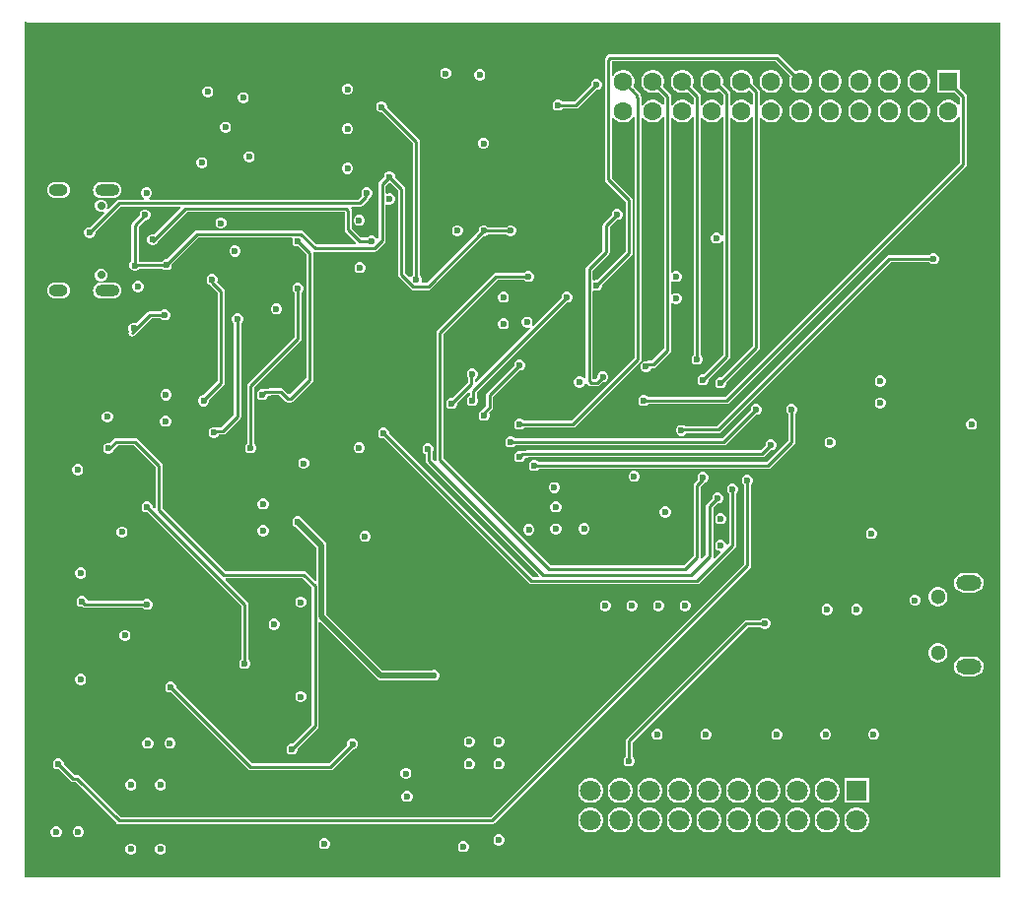
<source format=gbl>
G04*
G04 #@! TF.GenerationSoftware,Altium Limited,Altium Designer,21.6.4 (81)*
G04*
G04 Layer_Physical_Order=4*
G04 Layer_Color=16711680*
%FSLAX25Y25*%
%MOIN*%
G70*
G04*
G04 #@! TF.SameCoordinates,D17E0072-19AB-4E61-9357-99CEFC96D61D*
G04*
G04*
G04 #@! TF.FilePolarity,Positive*
G04*
G01*
G75*
%ADD10C,0.01000*%
%ADD71C,0.02000*%
%ADD72C,0.02756*%
%ADD73O,0.06299X0.03937*%
%ADD74O,0.08268X0.03937*%
%ADD75R,0.07087X0.07087*%
%ADD76C,0.07087*%
%ADD77O,0.08661X0.05118*%
%ADD78C,0.05118*%
%ADD79R,0.06299X0.06299*%
%ADD80C,0.06299*%
%ADD81C,0.02362*%
G36*
X1000Y289500D02*
X330000D01*
Y0D01*
X0D01*
Y289500D01*
X500Y290000D01*
X1000Y289500D01*
D02*
G37*
%LPC*%
G36*
X142874Y274121D02*
X142126D01*
X141434Y273835D01*
X140905Y273306D01*
X140619Y272614D01*
Y271866D01*
X140905Y271175D01*
X141434Y270645D01*
X142126Y270359D01*
X142874D01*
X143566Y270645D01*
X144095Y271175D01*
X144381Y271866D01*
Y272614D01*
X144095Y273306D01*
X143566Y273835D01*
X142874Y274121D01*
D02*
G37*
G36*
X154374Y273621D02*
X153626D01*
X152934Y273335D01*
X152405Y272806D01*
X152119Y272114D01*
Y271366D01*
X152405Y270675D01*
X152934Y270145D01*
X153626Y269859D01*
X154374D01*
X155066Y270145D01*
X155595Y270675D01*
X155881Y271366D01*
Y272114D01*
X155595Y272806D01*
X155066Y273335D01*
X154374Y273621D01*
D02*
G37*
G36*
X303007Y273350D02*
X301993D01*
X301014Y273087D01*
X300136Y272581D01*
X299420Y271864D01*
X298913Y270986D01*
X298650Y270007D01*
Y268993D01*
X298913Y268014D01*
X299420Y267136D01*
X300136Y266420D01*
X301014Y265913D01*
X301993Y265650D01*
X303007D01*
X303986Y265913D01*
X304864Y266420D01*
X305580Y267136D01*
X306087Y268014D01*
X306350Y268993D01*
Y270007D01*
X306087Y270986D01*
X305580Y271864D01*
X304864Y272581D01*
X303986Y273087D01*
X303007Y273350D01*
D02*
G37*
G36*
X293007D02*
X291993D01*
X291014Y273087D01*
X290136Y272581D01*
X289420Y271864D01*
X288913Y270986D01*
X288650Y270007D01*
Y268993D01*
X288913Y268014D01*
X289420Y267136D01*
X290136Y266420D01*
X291014Y265913D01*
X291993Y265650D01*
X293007D01*
X293986Y265913D01*
X294864Y266420D01*
X295581Y267136D01*
X296087Y268014D01*
X296350Y268993D01*
Y270007D01*
X296087Y270986D01*
X295581Y271864D01*
X294864Y272581D01*
X293986Y273087D01*
X293007Y273350D01*
D02*
G37*
G36*
X283007D02*
X281993D01*
X281014Y273087D01*
X280136Y272581D01*
X279420Y271864D01*
X278913Y270986D01*
X278650Y270007D01*
Y268993D01*
X278913Y268014D01*
X279420Y267136D01*
X280136Y266420D01*
X281014Y265913D01*
X281993Y265650D01*
X283007D01*
X283986Y265913D01*
X284864Y266420D01*
X285580Y267136D01*
X286087Y268014D01*
X286350Y268993D01*
Y270007D01*
X286087Y270986D01*
X285580Y271864D01*
X284864Y272581D01*
X283986Y273087D01*
X283007Y273350D01*
D02*
G37*
G36*
X273007D02*
X271993D01*
X271014Y273087D01*
X270136Y272581D01*
X269420Y271864D01*
X268913Y270986D01*
X268650Y270007D01*
Y268993D01*
X268913Y268014D01*
X269420Y267136D01*
X270136Y266420D01*
X271014Y265913D01*
X271993Y265650D01*
X273007D01*
X273986Y265913D01*
X274864Y266420D01*
X275581Y267136D01*
X276087Y268014D01*
X276350Y268993D01*
Y270007D01*
X276087Y270986D01*
X275581Y271864D01*
X274864Y272581D01*
X273986Y273087D01*
X273007Y273350D01*
D02*
G37*
G36*
X254500Y278724D02*
X198086D01*
X197618Y278630D01*
X197221Y278365D01*
X196635Y277779D01*
X196370Y277382D01*
X196276Y276914D01*
Y236300D01*
X196370Y235832D01*
X196635Y235435D01*
X203276Y228793D01*
Y212007D01*
X193651Y202381D01*
X193126D01*
X192724Y202215D01*
X192224Y202537D01*
Y205493D01*
X197580Y210850D01*
X197846Y211247D01*
X197939Y211715D01*
Y220208D01*
X200349Y222619D01*
X200874D01*
X201566Y222905D01*
X202095Y223434D01*
X202381Y224126D01*
Y224874D01*
X202095Y225566D01*
X201566Y226095D01*
X200874Y226381D01*
X200126D01*
X199434Y226095D01*
X198905Y225566D01*
X198619Y224874D01*
Y224349D01*
X195850Y221580D01*
X195585Y221183D01*
X195492Y220715D01*
Y212222D01*
X190135Y206865D01*
X189870Y206468D01*
X189777Y206000D01*
Y169127D01*
X189277Y168970D01*
X188858Y169388D01*
X188167Y169674D01*
X187419D01*
X186727Y169388D01*
X186198Y168859D01*
X185912Y168167D01*
Y167419D01*
X186198Y166727D01*
X186727Y166198D01*
X187419Y165912D01*
X188167D01*
X188858Y166198D01*
X189388Y166727D01*
X189570Y167167D01*
X190134Y167222D01*
X190135Y167221D01*
X190721Y166635D01*
X191118Y166370D01*
X191586Y166277D01*
X193600D01*
X194068Y166370D01*
X194465Y166635D01*
X195449Y167619D01*
X195974D01*
X196666Y167905D01*
X197195Y168434D01*
X197481Y169126D01*
Y169874D01*
X197195Y170566D01*
X196666Y171095D01*
X195974Y171381D01*
X195226D01*
X194534Y171095D01*
X194005Y170566D01*
X193719Y169874D01*
Y169349D01*
X193093Y168723D01*
X192224D01*
Y198463D01*
X192724Y198785D01*
X193126Y198619D01*
X193874D01*
X194566Y198905D01*
X195095Y199434D01*
X195381Y200126D01*
Y200651D01*
X205365Y210635D01*
X205630Y211032D01*
X205724Y211500D01*
Y229300D01*
X205630Y229768D01*
X205365Y230165D01*
X198723Y236807D01*
Y257342D01*
X199223Y257476D01*
X199420Y257136D01*
X200136Y256419D01*
X201014Y255913D01*
X201993Y255650D01*
X203007D01*
X203986Y255913D01*
X204864Y256419D01*
X205580Y257136D01*
X205777Y257476D01*
X206276Y257342D01*
Y176007D01*
X184993Y154724D01*
X168937D01*
X168566Y155095D01*
X167874Y155381D01*
X167126D01*
X166434Y155095D01*
X165905Y154566D01*
X165619Y153874D01*
Y153126D01*
X165905Y152434D01*
X166434Y151905D01*
X167126Y151619D01*
X167874D01*
X168566Y151905D01*
X168937Y152277D01*
X185500D01*
X185968Y152370D01*
X186365Y152635D01*
X208365Y174635D01*
X208630Y175032D01*
X208723Y175500D01*
Y257342D01*
X209224Y257476D01*
X209420Y257136D01*
X210136Y256419D01*
X211014Y255913D01*
X211993Y255650D01*
X213007D01*
X213986Y255913D01*
X214864Y256419D01*
X215581Y257136D01*
X215776Y257476D01*
X216277Y257342D01*
Y179007D01*
X212196Y174926D01*
X210971D01*
X210503Y174833D01*
X210481Y174818D01*
X209831D01*
X209140Y174532D01*
X208611Y174003D01*
X208324Y173311D01*
Y172563D01*
X208611Y171871D01*
X209140Y171342D01*
X209831Y171056D01*
X210580D01*
X211271Y171342D01*
X211800Y171871D01*
X212052Y172479D01*
X212702D01*
X213171Y172572D01*
X213567Y172837D01*
X218365Y177635D01*
X218630Y178032D01*
X218724Y178500D01*
Y194429D01*
X219223Y194636D01*
X219434Y194425D01*
X220126Y194139D01*
X220874D01*
X221566Y194425D01*
X222095Y194954D01*
X222381Y195645D01*
Y196394D01*
X222095Y197085D01*
X221566Y197614D01*
X220874Y197901D01*
X220126D01*
X219434Y197614D01*
X219223Y197404D01*
X218724Y197611D01*
Y201909D01*
X219223Y202116D01*
X219434Y201905D01*
X220126Y201619D01*
X220874D01*
X221566Y201905D01*
X222095Y202434D01*
X222381Y203126D01*
Y203874D01*
X222095Y204566D01*
X221566Y205095D01*
X220874Y205381D01*
X220126D01*
X219434Y205095D01*
X219223Y204884D01*
X218724Y205091D01*
Y257342D01*
X219223Y257476D01*
X219420Y257136D01*
X220136Y256419D01*
X221014Y255913D01*
X221993Y255650D01*
X223007D01*
X223986Y255913D01*
X224864Y256419D01*
X225581Y257136D01*
X225777Y257476D01*
X226276Y257342D01*
Y176937D01*
X225905Y176566D01*
X225619Y175874D01*
Y175126D01*
X225905Y174434D01*
X226434Y173905D01*
X227126Y173619D01*
X227874D01*
X228566Y173905D01*
X229095Y174434D01*
X229381Y175126D01*
Y175874D01*
X229095Y176566D01*
X228724Y176937D01*
Y257342D01*
X229223Y257476D01*
X229420Y257136D01*
X230136Y256419D01*
X231014Y255913D01*
X231993Y255650D01*
X233007D01*
X233986Y255913D01*
X234864Y256419D01*
X235580Y257136D01*
X235776Y257476D01*
X236277Y257342D01*
Y217468D01*
X235776Y217368D01*
X235695Y217566D01*
X235166Y218095D01*
X234474Y218381D01*
X233726D01*
X233034Y218095D01*
X232505Y217566D01*
X232219Y216874D01*
Y216126D01*
X232505Y215434D01*
X233034Y214905D01*
X233726Y214619D01*
X234474D01*
X235166Y214905D01*
X235695Y215434D01*
X235776Y215632D01*
X236277Y215532D01*
Y177007D01*
X229651Y170381D01*
X229126D01*
X228434Y170095D01*
X227905Y169566D01*
X227619Y168874D01*
Y168126D01*
X227905Y167434D01*
X228434Y166905D01*
X229126Y166619D01*
X229874D01*
X230566Y166905D01*
X231095Y167434D01*
X231381Y168126D01*
Y168651D01*
X238365Y175635D01*
X238630Y176032D01*
X238723Y176500D01*
Y257342D01*
X239224Y257476D01*
X239420Y257136D01*
X240136Y256419D01*
X241014Y255913D01*
X241993Y255650D01*
X243007D01*
X243986Y255913D01*
X244864Y256419D01*
X245581Y257136D01*
X245777Y257476D01*
X246276Y257342D01*
Y180007D01*
X235651Y169381D01*
X235126D01*
X234435Y169095D01*
X233905Y168566D01*
X233619Y167874D01*
Y167126D01*
X233905Y166434D01*
X234435Y165905D01*
X235126Y165619D01*
X235874D01*
X236566Y165905D01*
X237095Y166434D01*
X237381Y167126D01*
Y167651D01*
X248365Y178635D01*
X248630Y179032D01*
X248724Y179500D01*
Y257342D01*
X249223Y257476D01*
X249420Y257136D01*
X250136Y256419D01*
X251014Y255913D01*
X251993Y255650D01*
X253007D01*
X253986Y255913D01*
X254864Y256419D01*
X255580Y257136D01*
X256087Y258014D01*
X256350Y258993D01*
Y260007D01*
X256087Y260986D01*
X255580Y261864D01*
X254864Y262580D01*
X253986Y263087D01*
X253007Y263350D01*
X251993D01*
X251014Y263087D01*
X250136Y262580D01*
X249420Y261864D01*
X249223Y261524D01*
X248724Y261658D01*
Y265934D01*
X248630Y266402D01*
X248365Y266799D01*
X246312Y268852D01*
X246350Y268993D01*
Y270007D01*
X246087Y270986D01*
X245581Y271864D01*
X244864Y272581D01*
X243986Y273087D01*
X243007Y273350D01*
X241993D01*
X241014Y273087D01*
X240136Y272581D01*
X239420Y271864D01*
X238913Y270986D01*
X238650Y270007D01*
Y268993D01*
X238913Y268014D01*
X239420Y267136D01*
X240136Y266420D01*
X241014Y265913D01*
X241993Y265650D01*
X243007D01*
X243986Y265913D01*
X244864Y266420D01*
X245074Y266630D01*
X246276Y265427D01*
Y261658D01*
X245777Y261524D01*
X245581Y261864D01*
X244864Y262580D01*
X243986Y263087D01*
X243007Y263350D01*
X241993D01*
X241014Y263087D01*
X240136Y262580D01*
X239420Y261864D01*
X239224Y261524D01*
X238723Y261658D01*
Y265500D01*
X238630Y265968D01*
X238365Y266365D01*
X236220Y268510D01*
X236350Y268993D01*
Y270007D01*
X236087Y270986D01*
X235580Y271864D01*
X234864Y272581D01*
X233986Y273087D01*
X233007Y273350D01*
X231993D01*
X231014Y273087D01*
X230136Y272581D01*
X229420Y271864D01*
X228913Y270986D01*
X228650Y270007D01*
Y268993D01*
X228913Y268014D01*
X229420Y267136D01*
X230136Y266420D01*
X231014Y265913D01*
X231993Y265650D01*
X233007D01*
X233986Y265913D01*
X234855Y266415D01*
X236277Y264993D01*
Y261658D01*
X235776Y261524D01*
X235580Y261864D01*
X234864Y262580D01*
X233986Y263087D01*
X233007Y263350D01*
X231993D01*
X231014Y263087D01*
X230136Y262580D01*
X229420Y261864D01*
X229223Y261524D01*
X228724Y261658D01*
Y264500D01*
X228630Y264968D01*
X228365Y265365D01*
X225952Y267779D01*
X226087Y268014D01*
X226350Y268993D01*
Y270007D01*
X226087Y270986D01*
X225581Y271864D01*
X224864Y272581D01*
X223986Y273087D01*
X223007Y273350D01*
X221993D01*
X221014Y273087D01*
X220136Y272581D01*
X219420Y271864D01*
X218913Y270986D01*
X218650Y270007D01*
Y268993D01*
X218913Y268014D01*
X219420Y267136D01*
X220136Y266420D01*
X221014Y265913D01*
X221993Y265650D01*
X223007D01*
X223986Y265913D01*
X224221Y266049D01*
X226276Y263993D01*
Y261658D01*
X225777Y261524D01*
X225581Y261864D01*
X224864Y262580D01*
X223986Y263087D01*
X223007Y263350D01*
X221993D01*
X221014Y263087D01*
X220136Y262580D01*
X219420Y261864D01*
X219223Y261524D01*
X218724Y261658D01*
Y264500D01*
X218630Y264968D01*
X218365Y265365D01*
X215951Y267779D01*
X216087Y268014D01*
X216350Y268993D01*
Y270007D01*
X216087Y270986D01*
X215581Y271864D01*
X214864Y272581D01*
X213986Y273087D01*
X213007Y273350D01*
X211993D01*
X211014Y273087D01*
X210136Y272581D01*
X209420Y271864D01*
X208913Y270986D01*
X208650Y270007D01*
Y268993D01*
X208913Y268014D01*
X209420Y267136D01*
X210136Y266420D01*
X211014Y265913D01*
X211993Y265650D01*
X213007D01*
X213986Y265913D01*
X214221Y266049D01*
X216277Y263993D01*
Y261658D01*
X215776Y261524D01*
X215581Y261864D01*
X214864Y262580D01*
X213986Y263087D01*
X213007Y263350D01*
X211993D01*
X211014Y263087D01*
X210136Y262580D01*
X209420Y261864D01*
X209224Y261524D01*
X208723Y261658D01*
Y263914D01*
X208630Y264382D01*
X208365Y264779D01*
X208349Y264795D01*
Y264874D01*
X208256Y265342D01*
X207991Y265739D01*
X206459Y267271D01*
X206459Y267271D01*
X205951Y267779D01*
X206087Y268014D01*
X206350Y268993D01*
Y270007D01*
X206087Y270986D01*
X205580Y271864D01*
X204864Y272581D01*
X203986Y273087D01*
X203007Y273350D01*
X201993D01*
X201014Y273087D01*
X200136Y272581D01*
X199420Y271864D01*
X199223Y271524D01*
X198723Y271658D01*
Y276276D01*
X253993D01*
X259049Y271221D01*
X258913Y270986D01*
X258650Y270007D01*
Y268993D01*
X258913Y268014D01*
X259420Y267136D01*
X260136Y266420D01*
X261014Y265913D01*
X261993Y265650D01*
X263007D01*
X263986Y265913D01*
X264864Y266420D01*
X265581Y267136D01*
X266087Y268014D01*
X266350Y268993D01*
Y270007D01*
X266087Y270986D01*
X265581Y271864D01*
X264864Y272581D01*
X263986Y273087D01*
X263007Y273350D01*
X261993D01*
X261014Y273087D01*
X260779Y272951D01*
X255365Y278365D01*
X254968Y278630D01*
X254500Y278724D01*
D02*
G37*
G36*
X253007Y273350D02*
X251993D01*
X251014Y273087D01*
X250136Y272581D01*
X249420Y271864D01*
X248913Y270986D01*
X248650Y270007D01*
Y268993D01*
X248913Y268014D01*
X249420Y267136D01*
X250136Y266420D01*
X251014Y265913D01*
X251993Y265650D01*
X253007D01*
X253986Y265913D01*
X254864Y266420D01*
X255580Y267136D01*
X256087Y268014D01*
X256350Y268993D01*
Y270007D01*
X256087Y270986D01*
X255580Y271864D01*
X254864Y272581D01*
X253986Y273087D01*
X253007Y273350D01*
D02*
G37*
G36*
X109685Y268767D02*
X108936D01*
X108245Y268480D01*
X107716Y267951D01*
X107429Y267260D01*
Y266512D01*
X107716Y265820D01*
X108245Y265291D01*
X108936Y265005D01*
X109685D01*
X110376Y265291D01*
X110905Y265820D01*
X111191Y266512D01*
Y267260D01*
X110905Y267951D01*
X110376Y268480D01*
X109685Y268767D01*
D02*
G37*
G36*
X62374Y267881D02*
X61626D01*
X60934Y267595D01*
X60405Y267066D01*
X60119Y266374D01*
Y265626D01*
X60405Y264934D01*
X60934Y264405D01*
X61626Y264119D01*
X62374D01*
X63066Y264405D01*
X63595Y264934D01*
X63881Y265626D01*
Y266374D01*
X63595Y267066D01*
X63066Y267595D01*
X62374Y267881D01*
D02*
G37*
G36*
X193874Y270381D02*
X193126D01*
X192434Y270095D01*
X191905Y269566D01*
X191619Y268874D01*
Y268349D01*
X185993Y262723D01*
X181937D01*
X181566Y263095D01*
X180874Y263381D01*
X180126D01*
X179434Y263095D01*
X178905Y262566D01*
X178619Y261874D01*
Y261126D01*
X178905Y260434D01*
X179434Y259905D01*
X180126Y259619D01*
X180874D01*
X181566Y259905D01*
X181937Y260277D01*
X186500D01*
X186968Y260370D01*
X187365Y260635D01*
X193349Y266619D01*
X193874D01*
X194566Y266905D01*
X195095Y267434D01*
X195381Y268126D01*
Y268874D01*
X195095Y269566D01*
X194566Y270095D01*
X193874Y270381D01*
D02*
G37*
G36*
X74374Y265881D02*
X73626D01*
X72934Y265595D01*
X72405Y265066D01*
X72119Y264374D01*
Y263626D01*
X72405Y262934D01*
X72934Y262405D01*
X73626Y262119D01*
X74374D01*
X75066Y262405D01*
X75595Y262934D01*
X75881Y263626D01*
Y264374D01*
X75595Y265066D01*
X75066Y265595D01*
X74374Y265881D01*
D02*
G37*
G36*
X316350Y273350D02*
X308650D01*
Y265650D01*
X314619D01*
X316277Y263993D01*
Y261658D01*
X315776Y261524D01*
X315581Y261864D01*
X314864Y262580D01*
X313986Y263087D01*
X313007Y263350D01*
X311993D01*
X311014Y263087D01*
X310136Y262580D01*
X309420Y261864D01*
X308913Y260986D01*
X308650Y260007D01*
Y258993D01*
X308913Y258014D01*
X309420Y257136D01*
X310136Y256419D01*
X311014Y255913D01*
X311993Y255650D01*
X313007D01*
X313986Y255913D01*
X314864Y256419D01*
X315581Y257136D01*
X315776Y257476D01*
X316277Y257342D01*
Y242007D01*
X236993Y162724D01*
X210937D01*
X210566Y163095D01*
X209874Y163381D01*
X209126D01*
X208435Y163095D01*
X207905Y162566D01*
X207619Y161874D01*
Y161126D01*
X207905Y160434D01*
X208435Y159905D01*
X209126Y159619D01*
X209874D01*
X210566Y159905D01*
X210937Y160276D01*
X237500D01*
X237968Y160370D01*
X238365Y160635D01*
X318365Y240635D01*
X318630Y241032D01*
X318724Y241500D01*
Y264500D01*
X318630Y264968D01*
X318365Y265365D01*
X316350Y267381D01*
Y273350D01*
D02*
G37*
G36*
X303007Y263350D02*
X301993D01*
X301014Y263087D01*
X300136Y262580D01*
X299420Y261864D01*
X298913Y260986D01*
X298650Y260007D01*
Y258993D01*
X298913Y258014D01*
X299420Y257136D01*
X300136Y256419D01*
X301014Y255913D01*
X301993Y255650D01*
X303007D01*
X303986Y255913D01*
X304864Y256419D01*
X305580Y257136D01*
X306087Y258014D01*
X306350Y258993D01*
Y260007D01*
X306087Y260986D01*
X305580Y261864D01*
X304864Y262580D01*
X303986Y263087D01*
X303007Y263350D01*
D02*
G37*
G36*
X293007D02*
X291993D01*
X291014Y263087D01*
X290136Y262580D01*
X289420Y261864D01*
X288913Y260986D01*
X288650Y260007D01*
Y258993D01*
X288913Y258014D01*
X289420Y257136D01*
X290136Y256419D01*
X291014Y255913D01*
X291993Y255650D01*
X293007D01*
X293986Y255913D01*
X294864Y256419D01*
X295581Y257136D01*
X296087Y258014D01*
X296350Y258993D01*
Y260007D01*
X296087Y260986D01*
X295581Y261864D01*
X294864Y262580D01*
X293986Y263087D01*
X293007Y263350D01*
D02*
G37*
G36*
X283007D02*
X281993D01*
X281014Y263087D01*
X280136Y262580D01*
X279420Y261864D01*
X278913Y260986D01*
X278650Y260007D01*
Y258993D01*
X278913Y258014D01*
X279420Y257136D01*
X280136Y256419D01*
X281014Y255913D01*
X281993Y255650D01*
X283007D01*
X283986Y255913D01*
X284864Y256419D01*
X285580Y257136D01*
X286087Y258014D01*
X286350Y258993D01*
Y260007D01*
X286087Y260986D01*
X285580Y261864D01*
X284864Y262580D01*
X283986Y263087D01*
X283007Y263350D01*
D02*
G37*
G36*
X273007D02*
X271993D01*
X271014Y263087D01*
X270136Y262580D01*
X269420Y261864D01*
X268913Y260986D01*
X268650Y260007D01*
Y258993D01*
X268913Y258014D01*
X269420Y257136D01*
X270136Y256419D01*
X271014Y255913D01*
X271993Y255650D01*
X273007D01*
X273986Y255913D01*
X274864Y256419D01*
X275581Y257136D01*
X276087Y258014D01*
X276350Y258993D01*
Y260007D01*
X276087Y260986D01*
X275581Y261864D01*
X274864Y262580D01*
X273986Y263087D01*
X273007Y263350D01*
D02*
G37*
G36*
X263007D02*
X261993D01*
X261014Y263087D01*
X260136Y262580D01*
X259420Y261864D01*
X258913Y260986D01*
X258650Y260007D01*
Y258993D01*
X258913Y258014D01*
X259420Y257136D01*
X260136Y256419D01*
X261014Y255913D01*
X261993Y255650D01*
X263007D01*
X263986Y255913D01*
X264864Y256419D01*
X265581Y257136D01*
X266087Y258014D01*
X266350Y258993D01*
Y260007D01*
X266087Y260986D01*
X265581Y261864D01*
X264864Y262580D01*
X263986Y263087D01*
X263007Y263350D01*
D02*
G37*
G36*
X68374Y255881D02*
X67626D01*
X66934Y255595D01*
X66405Y255066D01*
X66119Y254374D01*
Y253626D01*
X66405Y252934D01*
X66934Y252405D01*
X67626Y252119D01*
X68374D01*
X69066Y252405D01*
X69595Y252934D01*
X69881Y253626D01*
Y254374D01*
X69595Y255066D01*
X69066Y255595D01*
X68374Y255881D01*
D02*
G37*
G36*
X109685Y255381D02*
X108936D01*
X108245Y255095D01*
X107716Y254566D01*
X107429Y253874D01*
Y253126D01*
X107716Y252434D01*
X108245Y251905D01*
X108936Y251619D01*
X109685D01*
X110376Y251905D01*
X110905Y252434D01*
X111191Y253126D01*
Y253874D01*
X110905Y254566D01*
X110376Y255095D01*
X109685Y255381D01*
D02*
G37*
G36*
X155640Y250438D02*
X154891D01*
X154200Y250151D01*
X153671Y249622D01*
X153384Y248931D01*
Y248182D01*
X153671Y247491D01*
X154200Y246962D01*
X154891Y246675D01*
X155640D01*
X156331Y246962D01*
X156860Y247491D01*
X157146Y248182D01*
Y248931D01*
X156860Y249622D01*
X156331Y250151D01*
X155640Y250438D01*
D02*
G37*
G36*
X76374Y245881D02*
X75626D01*
X74934Y245595D01*
X74405Y245066D01*
X74119Y244374D01*
Y243626D01*
X74405Y242934D01*
X74934Y242405D01*
X75626Y242119D01*
X76374D01*
X77066Y242405D01*
X77595Y242934D01*
X77881Y243626D01*
Y244374D01*
X77595Y245066D01*
X77066Y245595D01*
X76374Y245881D01*
D02*
G37*
G36*
X60374Y243881D02*
X59626D01*
X58934Y243595D01*
X58405Y243066D01*
X58119Y242374D01*
Y241626D01*
X58405Y240934D01*
X58934Y240405D01*
X59626Y240119D01*
X60374D01*
X61066Y240405D01*
X61595Y240934D01*
X61881Y241626D01*
Y242374D01*
X61595Y243066D01*
X61066Y243595D01*
X60374Y243881D01*
D02*
G37*
G36*
X109685Y241995D02*
X108936D01*
X108245Y241709D01*
X107716Y241180D01*
X107429Y240488D01*
Y239740D01*
X107716Y239049D01*
X108245Y238520D01*
X108936Y238233D01*
X109685D01*
X110376Y238520D01*
X110905Y239049D01*
X111191Y239740D01*
Y240488D01*
X110905Y241180D01*
X110376Y241709D01*
X109685Y241995D01*
D02*
G37*
G36*
X30193Y235399D02*
X25862D01*
X25166Y235308D01*
X24516Y235039D01*
X23959Y234611D01*
X23531Y234054D01*
X23262Y233404D01*
X23171Y232708D01*
X23262Y232011D01*
X23531Y231362D01*
X23959Y230805D01*
X24516Y230377D01*
X25166Y230108D01*
X25862Y230016D01*
X30193D01*
X30889Y230108D01*
X31539Y230377D01*
X32096Y230805D01*
X32524Y231362D01*
X32793Y232011D01*
X32884Y232708D01*
X32793Y233404D01*
X32524Y234054D01*
X32096Y234611D01*
X31539Y235039D01*
X30889Y235308D01*
X30193Y235399D01*
D02*
G37*
G36*
X12752D02*
X10389D01*
X9693Y235308D01*
X9044Y235039D01*
X8486Y234611D01*
X8059Y234054D01*
X7790Y233404D01*
X7698Y232708D01*
X7790Y232011D01*
X8059Y231362D01*
X8486Y230805D01*
X9044Y230377D01*
X9693Y230108D01*
X10389Y230016D01*
X12752D01*
X13448Y230108D01*
X14097Y230377D01*
X14655Y230805D01*
X15082Y231362D01*
X15351Y232011D01*
X15443Y232708D01*
X15351Y233404D01*
X15082Y234054D01*
X14655Y234611D01*
X14097Y235039D01*
X13448Y235308D01*
X12752Y235399D01*
D02*
G37*
G36*
X113614Y224381D02*
X112866D01*
X112175Y224095D01*
X111645Y223566D01*
X111359Y222874D01*
Y222126D01*
X111645Y221434D01*
X112175Y220905D01*
X112866Y220619D01*
X113614D01*
X114306Y220905D01*
X114835Y221434D01*
X115121Y222126D01*
Y222874D01*
X114835Y223566D01*
X114306Y224095D01*
X113614Y224381D01*
D02*
G37*
G36*
X66874Y223428D02*
X66126D01*
X65434Y223142D01*
X64905Y222613D01*
X64619Y221921D01*
Y221173D01*
X64905Y220481D01*
X65434Y219952D01*
X66126Y219666D01*
X66874D01*
X67566Y219952D01*
X68095Y220481D01*
X68381Y221173D01*
Y221921D01*
X68095Y222613D01*
X67566Y223142D01*
X66874Y223428D01*
D02*
G37*
G36*
X146874Y220861D02*
X146126D01*
X145434Y220575D01*
X144905Y220046D01*
X144619Y219355D01*
Y218606D01*
X144905Y217915D01*
X145434Y217386D01*
X146126Y217099D01*
X146874D01*
X147566Y217386D01*
X148095Y217915D01*
X148381Y218606D01*
Y219355D01*
X148095Y220046D01*
X147566Y220575D01*
X146874Y220861D01*
D02*
G37*
G36*
X71574Y213981D02*
X70826D01*
X70134Y213695D01*
X69605Y213166D01*
X69319Y212474D01*
Y211726D01*
X69605Y211034D01*
X70134Y210505D01*
X70826Y210219D01*
X71574D01*
X72266Y210505D01*
X72795Y211034D01*
X73081Y211726D01*
Y212474D01*
X72795Y213166D01*
X72266Y213695D01*
X71574Y213981D01*
D02*
G37*
G36*
X307874Y211381D02*
X307126D01*
X306434Y211095D01*
X306063Y210723D01*
X292500D01*
X292032Y210630D01*
X291635Y210365D01*
X234119Y152849D01*
X223405D01*
X223295Y152959D01*
X222604Y153245D01*
X221856D01*
X221164Y152959D01*
X220635Y152430D01*
X220349Y151738D01*
Y150990D01*
X220635Y150299D01*
X221164Y149769D01*
X221856Y149483D01*
X222604D01*
X223295Y149769D01*
X223825Y150299D01*
X223867Y150402D01*
X234626D01*
X235094Y150495D01*
X235491Y150760D01*
X293007Y208277D01*
X306063D01*
X306434Y207905D01*
X307126Y207619D01*
X307874D01*
X308566Y207905D01*
X309095Y208434D01*
X309381Y209126D01*
Y209874D01*
X309095Y210566D01*
X308566Y211095D01*
X307874Y211381D01*
D02*
G37*
G36*
X113874Y208381D02*
X113126D01*
X112434Y208095D01*
X111905Y207566D01*
X111619Y206874D01*
Y206126D01*
X111905Y205434D01*
X112434Y204905D01*
X113126Y204619D01*
X113874D01*
X114566Y204905D01*
X115095Y205434D01*
X115381Y206126D01*
Y206874D01*
X115095Y207566D01*
X114566Y208095D01*
X113874Y208381D01*
D02*
G37*
G36*
X121213Y262752D02*
X120464D01*
X119773Y262466D01*
X119244Y261937D01*
X118957Y261245D01*
Y260497D01*
X119244Y259805D01*
X119773Y259276D01*
X120464Y258990D01*
X120989D01*
X131277Y248703D01*
Y203937D01*
X130905Y203566D01*
X130788Y203282D01*
X130198Y203165D01*
X128730Y204632D01*
Y233233D01*
X128637Y233701D01*
X128372Y234098D01*
X125381Y237089D01*
Y237614D01*
X125095Y238306D01*
X124566Y238835D01*
X123874Y239121D01*
X123126D01*
X122434Y238835D01*
X121905Y238306D01*
X121619Y237614D01*
Y237089D01*
X120128Y235598D01*
X119863Y235202D01*
X119770Y234733D01*
Y216597D01*
X119654Y216521D01*
X119095Y216566D01*
X118566Y217095D01*
X117874Y217381D01*
X117126D01*
X116434Y217095D01*
X116063Y216723D01*
X113807D01*
X110723Y219807D01*
Y225914D01*
X110630Y226382D01*
X110501Y226576D01*
X110752Y227077D01*
X113437D01*
X113905Y227170D01*
X114302Y227435D01*
X116404Y229537D01*
X116670Y229934D01*
X116689Y230032D01*
X116866Y230105D01*
X117395Y230634D01*
X117681Y231326D01*
Y232074D01*
X117395Y232766D01*
X116866Y233295D01*
X116174Y233581D01*
X115426D01*
X114734Y233295D01*
X114205Y232766D01*
X113919Y232074D01*
Y231326D01*
X114157Y230751D01*
X112930Y229523D01*
X42268D01*
X42168Y230024D01*
X42366Y230105D01*
X42895Y230634D01*
X43181Y231326D01*
Y232074D01*
X42895Y232766D01*
X42366Y233295D01*
X41674Y233581D01*
X40926D01*
X40234Y233295D01*
X39705Y232766D01*
X39419Y232074D01*
Y231326D01*
X39705Y230634D01*
X40234Y230105D01*
X40432Y230024D01*
X40332Y229523D01*
X31996D01*
X31527Y229430D01*
X31130Y229165D01*
X28259Y226294D01*
X27835Y226577D01*
X28019Y227019D01*
Y227846D01*
X27702Y228610D01*
X27118Y229194D01*
X26354Y229510D01*
X25527D01*
X24763Y229194D01*
X24179Y228610D01*
X23863Y227846D01*
Y227019D01*
X24179Y226255D01*
X24763Y225671D01*
X25527Y225355D01*
X26354D01*
X26796Y225538D01*
X27079Y225114D01*
X22187Y220221D01*
X21662D01*
X20970Y219935D01*
X20441Y219406D01*
X20155Y218714D01*
Y217966D01*
X20441Y217275D01*
X20970Y216745D01*
X21662Y216459D01*
X22410D01*
X23101Y216745D01*
X23630Y217275D01*
X23917Y217966D01*
Y218491D01*
X32502Y227077D01*
X52693D01*
X52884Y226615D01*
X43973Y217704D01*
X43733Y217803D01*
X42985D01*
X42293Y217517D01*
X41764Y216988D01*
X41478Y216296D01*
Y215548D01*
X41764Y214857D01*
X42293Y214328D01*
X42985Y214041D01*
X43733D01*
X44424Y214328D01*
X44953Y214857D01*
X45213Y215482D01*
X55007Y225276D01*
X108276D01*
Y219300D01*
X108370Y218832D01*
X108635Y218435D01*
X112227Y214842D01*
X112020Y214342D01*
X98755D01*
X94351Y218746D01*
X93954Y219011D01*
X93486Y219105D01*
X58401D01*
X57933Y219011D01*
X57536Y218746D01*
X48171Y209381D01*
X47646D01*
X46954Y209095D01*
X46433Y208574D01*
X38687D01*
X38623Y208637D01*
Y220393D01*
X40649Y222419D01*
X41174D01*
X41866Y222705D01*
X42395Y223234D01*
X42681Y223926D01*
Y224674D01*
X42395Y225366D01*
X41866Y225895D01*
X41174Y226181D01*
X40426D01*
X39734Y225895D01*
X39205Y225366D01*
X38919Y224674D01*
Y224149D01*
X36535Y221765D01*
X36270Y221368D01*
X36176Y220900D01*
Y208637D01*
X35805Y208266D01*
X35519Y207574D01*
Y206826D01*
X35805Y206134D01*
X36334Y205605D01*
X37026Y205319D01*
X37774D01*
X38466Y205605D01*
X38987Y206126D01*
X46733D01*
X46954Y205905D01*
X47646Y205619D01*
X48394D01*
X49085Y205905D01*
X49614Y206434D01*
X49901Y207126D01*
Y207651D01*
X58908Y216658D01*
X90402D01*
X90736Y216158D01*
X90619Y215874D01*
Y215126D01*
X90905Y214434D01*
X91435Y213905D01*
X92126Y213619D01*
X92651D01*
X95276Y210993D01*
Y169007D01*
X89887Y163617D01*
X89208D01*
X87460Y165365D01*
X87063Y165630D01*
X86595Y165724D01*
X83086D01*
X82618Y165630D01*
X82406Y165489D01*
X81265D01*
X80797Y165396D01*
X80775Y165381D01*
X80126D01*
X79435Y165095D01*
X78905Y164566D01*
X78619Y163874D01*
Y163126D01*
X78905Y162434D01*
X79435Y161905D01*
X80126Y161619D01*
X80874D01*
X81566Y161905D01*
X82095Y162434D01*
X82346Y163042D01*
X82851D01*
X83319Y163135D01*
X83531Y163277D01*
X86088D01*
X88142Y161223D01*
X88539Y160958D01*
X89007Y160865D01*
X90088D01*
X90556Y160958D01*
X90953Y161223D01*
X97365Y167635D01*
X97630Y168032D01*
X97724Y168500D01*
Y211500D01*
X98151Y211915D01*
X98248Y211895D01*
X118486D01*
X118955Y211988D01*
X119351Y212254D01*
X121858Y214761D01*
X122124Y215158D01*
X122217Y215626D01*
Y227730D01*
X122717Y228048D01*
X123126Y227879D01*
X123874D01*
X124566Y228165D01*
X125095Y228694D01*
X125381Y229386D01*
Y230134D01*
X125095Y230825D01*
X124566Y231355D01*
X123874Y231641D01*
X123126D01*
X122717Y231471D01*
X122217Y231790D01*
Y234226D01*
X123349Y235359D01*
X123651D01*
X126283Y232727D01*
Y204126D01*
X126376Y203658D01*
X126642Y203261D01*
X130649Y199254D01*
X131045Y198988D01*
X131514Y198895D01*
X136689D01*
X137157Y198988D01*
X137554Y199254D01*
X155349Y217049D01*
X155874D01*
X156566Y217336D01*
X156987Y217757D01*
X163063D01*
X163434Y217386D01*
X164126Y217099D01*
X164874D01*
X165566Y217386D01*
X166095Y217915D01*
X166381Y218606D01*
Y219355D01*
X166095Y220046D01*
X165566Y220575D01*
X164874Y220861D01*
X164126D01*
X163434Y220575D01*
X163063Y220204D01*
X156887D01*
X156566Y220525D01*
X155874Y220811D01*
X155126D01*
X154434Y220525D01*
X153905Y219996D01*
X153619Y219304D01*
Y218779D01*
X136182Y201342D01*
X134598D01*
X134264Y201842D01*
X134381Y202126D01*
Y202874D01*
X134095Y203566D01*
X133723Y203937D01*
Y249209D01*
X133630Y249678D01*
X133365Y250075D01*
X122720Y260720D01*
Y261245D01*
X122433Y261937D01*
X121904Y262466D01*
X121213Y262752D01*
D02*
G37*
G36*
X26354Y206046D02*
X25527D01*
X24763Y205729D01*
X24179Y205145D01*
X23863Y204381D01*
Y203554D01*
X24179Y202790D01*
X24763Y202206D01*
X25527Y201889D01*
X26354D01*
X27118Y202206D01*
X27702Y202790D01*
X28019Y203554D01*
Y204381D01*
X27702Y205145D01*
X27118Y205729D01*
X26354Y206046D01*
D02*
G37*
G36*
X170874Y205381D02*
X170126D01*
X169434Y205095D01*
X169063Y204724D01*
X159500D01*
X159032Y204630D01*
X158635Y204365D01*
X139635Y185365D01*
X139370Y184968D01*
X139277Y184500D01*
Y141500D01*
X139361Y141077D01*
X139338Y141048D01*
X138791Y140939D01*
X138052Y141678D01*
Y143977D01*
X138095Y144020D01*
X138381Y144712D01*
Y145460D01*
X138095Y146151D01*
X137566Y146680D01*
X136874Y146967D01*
X136126D01*
X135434Y146680D01*
X134905Y146151D01*
X134619Y145460D01*
Y144712D01*
X134905Y144020D01*
X135434Y143491D01*
X135605Y143421D01*
Y141172D01*
X135698Y140703D01*
X135963Y140306D01*
X174084Y102185D01*
X173893Y101724D01*
X172007D01*
X123381Y150349D01*
Y150874D01*
X123095Y151566D01*
X122566Y152095D01*
X121874Y152381D01*
X121126D01*
X120434Y152095D01*
X119905Y151566D01*
X119619Y150874D01*
Y150126D01*
X119905Y149434D01*
X120434Y148905D01*
X121126Y148619D01*
X121651D01*
X170635Y99635D01*
X171032Y99370D01*
X171500Y99277D01*
X227500D01*
X227968Y99370D01*
X228365Y99635D01*
X240365Y111635D01*
X240630Y112032D01*
X240723Y112500D01*
Y130063D01*
X241095Y130434D01*
X241381Y131126D01*
Y131874D01*
X241095Y132566D01*
X240566Y133095D01*
X239874Y133381D01*
X239126D01*
X238435Y133095D01*
X237905Y132566D01*
X237619Y131874D01*
Y131126D01*
X237905Y130434D01*
X238277Y130063D01*
Y113007D01*
X237881Y112611D01*
X237381Y112819D01*
Y112874D01*
X237095Y113566D01*
X236566Y114095D01*
X235874Y114381D01*
X235126D01*
X234435Y114095D01*
X233905Y113566D01*
X233619Y112874D01*
Y112126D01*
X233905Y111434D01*
X234435Y110905D01*
X235126Y110619D01*
X235181D01*
X235389Y110119D01*
X233509Y108239D01*
X232962Y108348D01*
X232939Y108377D01*
X233024Y108800D01*
Y125293D01*
X234349Y126619D01*
X234874D01*
X235566Y126905D01*
X236095Y127434D01*
X236381Y128126D01*
Y128874D01*
X236095Y129566D01*
X235566Y130095D01*
X234874Y130381D01*
X234126D01*
X233435Y130095D01*
X232905Y129566D01*
X232619Y128874D01*
Y128349D01*
X230935Y126665D01*
X230670Y126268D01*
X230576Y125800D01*
Y109307D01*
X229209Y107939D01*
X228662Y108048D01*
X228639Y108077D01*
X228724Y108500D01*
Y132407D01*
X229978Y133662D01*
X230566Y133905D01*
X231095Y134434D01*
X231381Y135126D01*
Y135874D01*
X231095Y136566D01*
X230566Y137095D01*
X229874Y137381D01*
X229126D01*
X228434Y137095D01*
X227905Y136566D01*
X227619Y135874D01*
Y135126D01*
X227725Y134870D01*
X226635Y133779D01*
X226370Y133382D01*
X226276Y132914D01*
Y109007D01*
X222993Y105724D01*
X178007D01*
X141724Y142007D01*
Y183993D01*
X160007Y202276D01*
X169063D01*
X169434Y201905D01*
X170126Y201619D01*
X170874D01*
X171566Y201905D01*
X172095Y202434D01*
X172381Y203126D01*
Y203874D01*
X172095Y204566D01*
X171566Y205095D01*
X170874Y205381D01*
D02*
G37*
G36*
X38774Y201981D02*
X38026D01*
X37334Y201695D01*
X36805Y201166D01*
X36519Y200474D01*
Y199726D01*
X36805Y199034D01*
X37334Y198505D01*
X38026Y198219D01*
X38774D01*
X39466Y198505D01*
X39995Y199034D01*
X40281Y199726D01*
Y200474D01*
X39995Y201166D01*
X39466Y201695D01*
X38774Y201981D01*
D02*
G37*
G36*
X30193Y201384D02*
X25862D01*
X25166Y201292D01*
X24516Y201023D01*
X23959Y200595D01*
X23531Y200038D01*
X23262Y199389D01*
X23171Y198692D01*
X23262Y197995D01*
X23531Y197346D01*
X23959Y196789D01*
X24516Y196361D01*
X25166Y196092D01*
X25862Y196001D01*
X30193D01*
X30889Y196092D01*
X31539Y196361D01*
X32096Y196789D01*
X32524Y197346D01*
X32793Y197995D01*
X32884Y198692D01*
X32793Y199389D01*
X32524Y200038D01*
X32096Y200595D01*
X31539Y201023D01*
X30889Y201292D01*
X30193Y201384D01*
D02*
G37*
G36*
X12752D02*
X10389D01*
X9693Y201292D01*
X9044Y201023D01*
X8486Y200595D01*
X8059Y200038D01*
X7790Y199389D01*
X7698Y198692D01*
X7790Y197995D01*
X8059Y197346D01*
X8486Y196789D01*
X9044Y196361D01*
X9693Y196092D01*
X10389Y196001D01*
X12752D01*
X13448Y196092D01*
X14097Y196361D01*
X14655Y196789D01*
X15082Y197346D01*
X15351Y197995D01*
X15443Y198692D01*
X15351Y199389D01*
X15082Y200038D01*
X14655Y200595D01*
X14097Y201023D01*
X13448Y201292D01*
X12752Y201384D01*
D02*
G37*
G36*
X162394Y198381D02*
X161645D01*
X160954Y198095D01*
X160425Y197566D01*
X160139Y196874D01*
Y196126D01*
X160425Y195434D01*
X160954Y194905D01*
X161645Y194619D01*
X162394D01*
X163085Y194905D01*
X163614Y195434D01*
X163901Y196126D01*
Y196874D01*
X163614Y197566D01*
X163085Y198095D01*
X162394Y198381D01*
D02*
G37*
G36*
X85614Y194381D02*
X84866D01*
X84175Y194095D01*
X83645Y193566D01*
X83359Y192874D01*
Y192126D01*
X83645Y191434D01*
X84175Y190905D01*
X84866Y190619D01*
X85614D01*
X86306Y190905D01*
X86835Y191434D01*
X87121Y192126D01*
Y192874D01*
X86835Y193566D01*
X86306Y194095D01*
X85614Y194381D01*
D02*
G37*
G36*
X47874Y192381D02*
X47126D01*
X46434Y192095D01*
X46063Y191724D01*
X42500D01*
X42032Y191630D01*
X41635Y191365D01*
X37884Y187615D01*
X37374Y187826D01*
X36626D01*
X35934Y187540D01*
X35405Y187011D01*
X35119Y186319D01*
Y185571D01*
X35362Y184984D01*
X35314Y184913D01*
X35221Y184444D01*
X35314Y183976D01*
X35579Y183579D01*
X35976Y183314D01*
X36444Y183221D01*
X36913Y183314D01*
X37309Y183579D01*
X43007Y189277D01*
X46063D01*
X46434Y188905D01*
X47126Y188619D01*
X47874D01*
X48566Y188905D01*
X49095Y189434D01*
X49381Y190126D01*
Y190874D01*
X49095Y191566D01*
X48566Y192095D01*
X47874Y192381D01*
D02*
G37*
G36*
X183874Y198381D02*
X183126D01*
X182434Y198095D01*
X181905Y197566D01*
X181619Y196874D01*
Y196349D01*
X172088Y186818D01*
X171664Y187101D01*
X171881Y187626D01*
Y188374D01*
X171595Y189066D01*
X171066Y189595D01*
X170374Y189881D01*
X169626D01*
X168934Y189595D01*
X168405Y189066D01*
X168119Y188374D01*
Y187626D01*
X168405Y186934D01*
X168934Y186405D01*
X169626Y186119D01*
X170374D01*
X170899Y186336D01*
X171182Y185912D01*
X152895Y167625D01*
X152395Y167833D01*
Y168835D01*
X152566Y168905D01*
X153095Y169434D01*
X153381Y170126D01*
Y170874D01*
X153095Y171566D01*
X152566Y172095D01*
X151874Y172381D01*
X151126D01*
X150434Y172095D01*
X149905Y171566D01*
X149619Y170874D01*
Y170126D01*
X149905Y169434D01*
X149948Y169392D01*
Y167678D01*
X144651Y162381D01*
X144126D01*
X143434Y162095D01*
X142905Y161566D01*
X142619Y160874D01*
Y160126D01*
X142905Y159434D01*
X143434Y158905D01*
X144126Y158619D01*
X144874D01*
X145566Y158905D01*
X146095Y159434D01*
X146381Y160126D01*
Y160651D01*
X150105Y164375D01*
X150605Y164167D01*
Y163165D01*
X150434Y163095D01*
X149905Y162566D01*
X149619Y161874D01*
Y161126D01*
X149905Y160434D01*
X150434Y159905D01*
X151126Y159619D01*
X151874D01*
X152566Y159905D01*
X153095Y160434D01*
X153381Y161126D01*
Y161874D01*
X153095Y162566D01*
X153052Y162608D01*
Y164322D01*
X183349Y194619D01*
X183874D01*
X184566Y194905D01*
X185095Y195434D01*
X185381Y196126D01*
Y196874D01*
X185095Y197566D01*
X184566Y198095D01*
X183874Y198381D01*
D02*
G37*
G36*
X162394Y189381D02*
X161645D01*
X160954Y189095D01*
X160425Y188566D01*
X160139Y187874D01*
Y187126D01*
X160425Y186434D01*
X160954Y185905D01*
X161645Y185619D01*
X162394D01*
X163085Y185905D01*
X163614Y186434D01*
X163901Y187126D01*
Y187874D01*
X163614Y188566D01*
X163085Y189095D01*
X162394Y189381D01*
D02*
G37*
G36*
X289854Y169999D02*
X289106D01*
X288414Y169713D01*
X287885Y169184D01*
X287599Y168492D01*
Y167744D01*
X287885Y167053D01*
X288414Y166524D01*
X289106Y166237D01*
X289854D01*
X290545Y166524D01*
X291074Y167053D01*
X291361Y167744D01*
Y168492D01*
X291074Y169184D01*
X290545Y169713D01*
X289854Y169999D01*
D02*
G37*
G36*
X48274Y165281D02*
X47526D01*
X46834Y164995D01*
X46305Y164466D01*
X46019Y163774D01*
Y163026D01*
X46305Y162334D01*
X46834Y161805D01*
X47526Y161519D01*
X48274D01*
X48966Y161805D01*
X49495Y162334D01*
X49781Y163026D01*
Y163774D01*
X49495Y164466D01*
X48966Y164995D01*
X48274Y165281D01*
D02*
G37*
G36*
X63874Y204381D02*
X63126D01*
X62435Y204095D01*
X61905Y203566D01*
X61619Y202874D01*
Y202126D01*
X61905Y201434D01*
X62435Y200905D01*
X62462Y200894D01*
X62635Y200635D01*
X65276Y197993D01*
Y168007D01*
X60551Y163281D01*
X60266D01*
X59575Y162995D01*
X59045Y162466D01*
X58759Y161774D01*
Y161026D01*
X59045Y160334D01*
X59575Y159805D01*
X60266Y159519D01*
X61014D01*
X61706Y159805D01*
X62235Y160334D01*
X62521Y161026D01*
Y161774D01*
X62516Y161786D01*
X67365Y166635D01*
X67630Y167032D01*
X67724Y167500D01*
Y198500D01*
X67630Y198968D01*
X67365Y199365D01*
X65154Y201577D01*
X65381Y202126D01*
Y202874D01*
X65095Y203566D01*
X64566Y204095D01*
X63874Y204381D01*
D02*
G37*
G36*
X289854Y162519D02*
X289106D01*
X288414Y162233D01*
X287885Y161704D01*
X287599Y161012D01*
Y160264D01*
X287885Y159572D01*
X288414Y159043D01*
X289106Y158757D01*
X289854D01*
X290545Y159043D01*
X291074Y159572D01*
X291361Y160264D01*
Y161012D01*
X291074Y161704D01*
X290545Y162233D01*
X289854Y162519D01*
D02*
G37*
G36*
X167874Y175381D02*
X167126D01*
X166434Y175095D01*
X165905Y174566D01*
X165619Y173874D01*
Y173349D01*
X156463Y164194D01*
X156198Y163797D01*
X156105Y163328D01*
Y159593D01*
X154729Y158217D01*
X154434Y158095D01*
X153905Y157566D01*
X153619Y156874D01*
Y156126D01*
X153905Y155434D01*
X154434Y154905D01*
X155126Y154619D01*
X155874D01*
X156566Y154905D01*
X157095Y155434D01*
X157381Y156126D01*
Y156874D01*
X157225Y157252D01*
X158194Y158221D01*
X158459Y158618D01*
X158552Y159086D01*
Y162822D01*
X167349Y171619D01*
X167874D01*
X168566Y171905D01*
X169095Y172434D01*
X169381Y173126D01*
Y173874D01*
X169095Y174566D01*
X168566Y175095D01*
X167874Y175381D01*
D02*
G37*
G36*
X28417Y157846D02*
X27669D01*
X26977Y157560D01*
X26448Y157031D01*
X26162Y156339D01*
Y155591D01*
X26448Y154899D01*
X26977Y154370D01*
X27669Y154084D01*
X28417D01*
X29109Y154370D01*
X29638Y154899D01*
X29924Y155591D01*
Y156339D01*
X29638Y157031D01*
X29109Y157560D01*
X28417Y157846D01*
D02*
G37*
G36*
X48134Y156381D02*
X47386D01*
X46694Y156095D01*
X46165Y155566D01*
X45879Y154874D01*
Y154126D01*
X46165Y153434D01*
X46694Y152905D01*
X47386Y152619D01*
X48134D01*
X48825Y152905D01*
X49355Y153434D01*
X49641Y154126D01*
Y154874D01*
X49355Y155566D01*
X48825Y156095D01*
X48134Y156381D01*
D02*
G37*
G36*
X72452Y191010D02*
X71704D01*
X71012Y190724D01*
X70483Y190195D01*
X70197Y189503D01*
Y188755D01*
X70483Y188064D01*
X70854Y187692D01*
Y156585D01*
X66711Y152441D01*
X64724D01*
X64707Y152437D01*
X64517Y152516D01*
X63768D01*
X63077Y152230D01*
X62548Y151701D01*
X62261Y151010D01*
Y150261D01*
X62548Y149570D01*
X63077Y149041D01*
X63768Y148754D01*
X64517D01*
X65208Y149041D01*
X65737Y149570D01*
X65913Y149994D01*
X67217D01*
X67686Y150087D01*
X68082Y150352D01*
X72943Y155213D01*
X73208Y155610D01*
X73301Y156078D01*
Y187692D01*
X73672Y188064D01*
X73959Y188755D01*
Y189503D01*
X73672Y190195D01*
X73143Y190724D01*
X72452Y191010D01*
D02*
G37*
G36*
X320701Y155381D02*
X319952D01*
X319261Y155095D01*
X318732Y154566D01*
X318445Y153874D01*
Y153126D01*
X318732Y152434D01*
X319261Y151905D01*
X319952Y151619D01*
X320701D01*
X321392Y151905D01*
X321921Y152434D01*
X322207Y153126D01*
Y153874D01*
X321921Y154566D01*
X321392Y155095D01*
X320701Y155381D01*
D02*
G37*
G36*
X247874Y160381D02*
X247126D01*
X246434Y160095D01*
X245905Y159566D01*
X245619Y158874D01*
Y158349D01*
X235993Y148723D01*
X165937D01*
X165566Y149095D01*
X164874Y149381D01*
X164126D01*
X163434Y149095D01*
X162905Y148566D01*
X162619Y147874D01*
Y147126D01*
X162905Y146434D01*
X163434Y145905D01*
X164126Y145619D01*
X164874D01*
X165566Y145905D01*
X165937Y146276D01*
X236500D01*
X236968Y146370D01*
X237365Y146635D01*
X247349Y156619D01*
X247874D01*
X248566Y156905D01*
X249095Y157434D01*
X249381Y158126D01*
Y158874D01*
X249095Y159566D01*
X248566Y160095D01*
X247874Y160381D01*
D02*
G37*
G36*
X37500Y148723D02*
X31086D01*
X30618Y148630D01*
X30221Y148365D01*
X28995Y147139D01*
X28874Y147189D01*
X28126D01*
X27434Y146902D01*
X26905Y146373D01*
X26619Y145682D01*
Y144933D01*
X26905Y144242D01*
X27434Y143713D01*
X28126Y143427D01*
X28874D01*
X29566Y143713D01*
X30095Y144242D01*
X30381Y144933D01*
Y145065D01*
X31593Y146276D01*
X36993D01*
X44276Y138993D01*
Y125161D01*
X43777Y124954D01*
X43381Y125349D01*
Y125874D01*
X43095Y126566D01*
X42566Y127095D01*
X41874Y127381D01*
X41126D01*
X40434Y127095D01*
X39905Y126566D01*
X39619Y125874D01*
Y125126D01*
X39905Y124434D01*
X40434Y123905D01*
X41126Y123619D01*
X41651D01*
X73277Y91993D01*
Y73937D01*
X72905Y73566D01*
X72619Y72874D01*
Y72126D01*
X72905Y71434D01*
X73435Y70905D01*
X74126Y70619D01*
X74874D01*
X75566Y70905D01*
X76095Y71434D01*
X76381Y72126D01*
Y72874D01*
X76095Y73566D01*
X75723Y73937D01*
Y92500D01*
X75630Y92968D01*
X75365Y93365D01*
X67954Y100777D01*
X68161Y101277D01*
X93993D01*
X97076Y98193D01*
Y51807D01*
X90651Y45381D01*
X90126D01*
X89434Y45095D01*
X88905Y44566D01*
X88619Y43874D01*
Y43126D01*
X88905Y42434D01*
X89434Y41905D01*
X90126Y41619D01*
X90874D01*
X91566Y41905D01*
X92095Y42434D01*
X92381Y43126D01*
Y43651D01*
X99165Y50435D01*
X99430Y50832D01*
X99524Y51300D01*
Y86372D01*
X99985Y86563D01*
X119274Y67274D01*
X119837Y66899D01*
X120500Y66767D01*
X137769D01*
X138126Y66619D01*
X138874D01*
X139566Y66905D01*
X140095Y67434D01*
X140381Y68126D01*
Y68874D01*
X140095Y69566D01*
X139566Y70095D01*
X138874Y70381D01*
X138126D01*
X137769Y70233D01*
X121218D01*
X102233Y89218D01*
Y112500D01*
X102101Y113163D01*
X101726Y113726D01*
X94243Y121209D01*
X94095Y121566D01*
X93566Y122095D01*
X92874Y122381D01*
X92126D01*
X91435Y122095D01*
X90905Y121566D01*
X90619Y120874D01*
Y120126D01*
X90905Y119434D01*
X91435Y118905D01*
X91791Y118757D01*
X98767Y111782D01*
Y100617D01*
X98305Y100426D01*
X95365Y103365D01*
X94968Y103630D01*
X94500Y103724D01*
X68007D01*
X46723Y125007D01*
Y139500D01*
X46630Y139968D01*
X46365Y140365D01*
X38365Y148365D01*
X37968Y148630D01*
X37500Y148723D01*
D02*
G37*
G36*
X272874Y149129D02*
X272126D01*
X271434Y148843D01*
X270905Y148314D01*
X270619Y147622D01*
Y146874D01*
X270905Y146182D01*
X271434Y145653D01*
X272126Y145367D01*
X272874D01*
X273566Y145653D01*
X274095Y146182D01*
X274381Y146874D01*
Y147622D01*
X274095Y148314D01*
X273566Y148843D01*
X272874Y149129D01*
D02*
G37*
G36*
X113614Y147381D02*
X112866D01*
X112175Y147095D01*
X111645Y146566D01*
X111359Y145874D01*
Y145126D01*
X111645Y144434D01*
X112175Y143905D01*
X112866Y143619D01*
X113614D01*
X114306Y143905D01*
X114835Y144434D01*
X115121Y145126D01*
Y145874D01*
X114835Y146566D01*
X114306Y147095D01*
X113614Y147381D01*
D02*
G37*
G36*
X92874Y201381D02*
X92126D01*
X91435Y201095D01*
X90905Y200566D01*
X90619Y199874D01*
Y199126D01*
X90905Y198434D01*
X91277Y198063D01*
Y183007D01*
X75635Y167365D01*
X75370Y166968D01*
X75276Y166500D01*
Y146937D01*
X74905Y146566D01*
X74619Y145874D01*
Y145126D01*
X74905Y144434D01*
X75434Y143905D01*
X76126Y143619D01*
X76874D01*
X77566Y143905D01*
X78095Y144434D01*
X78381Y145126D01*
Y145874D01*
X78095Y146566D01*
X77723Y146937D01*
Y165993D01*
X93365Y181635D01*
X93630Y182032D01*
X93723Y182500D01*
Y198063D01*
X94095Y198434D01*
X94381Y199126D01*
Y199874D01*
X94095Y200566D01*
X93566Y201095D01*
X92874Y201381D01*
D02*
G37*
G36*
X259874Y160381D02*
X259126D01*
X258435Y160095D01*
X257905Y159566D01*
X257619Y158874D01*
Y158126D01*
X257905Y157434D01*
X258277Y157063D01*
Y148007D01*
X250993Y140724D01*
X173937D01*
X173566Y141095D01*
X172874Y141381D01*
X172126D01*
X171434Y141095D01*
X170905Y140566D01*
X170619Y139874D01*
Y139126D01*
X170905Y138434D01*
X171434Y137905D01*
X172126Y137619D01*
X172874D01*
X173566Y137905D01*
X173937Y138277D01*
X251500D01*
X251968Y138370D01*
X252365Y138635D01*
X260365Y146635D01*
X260630Y147032D01*
X260723Y147500D01*
Y157063D01*
X261095Y157434D01*
X261381Y158126D01*
Y158874D01*
X261095Y159566D01*
X260566Y160095D01*
X259874Y160381D01*
D02*
G37*
G36*
X252874Y148381D02*
X252126D01*
X251434Y148095D01*
X250905Y147566D01*
X250619Y146874D01*
Y146349D01*
X248993Y144723D01*
X170086D01*
X169618Y144630D01*
X169406Y144489D01*
X168265D01*
X167797Y144396D01*
X167775Y144381D01*
X167126D01*
X166434Y144095D01*
X165905Y143566D01*
X165619Y142874D01*
Y142126D01*
X165905Y141434D01*
X166434Y140905D01*
X167126Y140619D01*
X167874D01*
X168566Y140905D01*
X169095Y141434D01*
X169346Y142042D01*
X169851D01*
X170319Y142135D01*
X170531Y142277D01*
X249500D01*
X249968Y142370D01*
X250365Y142635D01*
X252349Y144619D01*
X252874D01*
X253566Y144905D01*
X254095Y145434D01*
X254381Y146126D01*
Y146874D01*
X254095Y147566D01*
X253566Y148095D01*
X252874Y148381D01*
D02*
G37*
G36*
X94874Y142121D02*
X94126D01*
X93435Y141835D01*
X92905Y141306D01*
X92619Y140614D01*
Y139866D01*
X92905Y139175D01*
X93435Y138645D01*
X94126Y138359D01*
X94874D01*
X95566Y138645D01*
X96095Y139175D01*
X96381Y139866D01*
Y140614D01*
X96095Y141306D01*
X95566Y141835D01*
X94874Y142121D01*
D02*
G37*
G36*
X18374Y139942D02*
X17626D01*
X16935Y139656D01*
X16405Y139127D01*
X16119Y138435D01*
Y137687D01*
X16405Y136995D01*
X16935Y136466D01*
X17626Y136180D01*
X18374D01*
X19066Y136466D01*
X19595Y136995D01*
X19881Y137687D01*
Y138435D01*
X19595Y139127D01*
X19066Y139656D01*
X18374Y139942D01*
D02*
G37*
G36*
X206574Y137681D02*
X205826D01*
X205134Y137395D01*
X204605Y136866D01*
X204319Y136174D01*
Y135426D01*
X204605Y134734D01*
X205134Y134205D01*
X205826Y133919D01*
X206574D01*
X207266Y134205D01*
X207795Y134734D01*
X208081Y135426D01*
Y136174D01*
X207795Y136866D01*
X207266Y137395D01*
X206574Y137681D01*
D02*
G37*
G36*
X179574Y133881D02*
X178826D01*
X178134Y133595D01*
X177605Y133066D01*
X177319Y132374D01*
Y131626D01*
X177605Y130934D01*
X178134Y130405D01*
X178826Y130119D01*
X179574D01*
X180266Y130405D01*
X180795Y130934D01*
X181081Y131626D01*
Y132374D01*
X180795Y133066D01*
X180266Y133595D01*
X179574Y133881D01*
D02*
G37*
G36*
X81074Y128381D02*
X80326D01*
X79634Y128095D01*
X79105Y127566D01*
X78819Y126874D01*
Y126126D01*
X79105Y125434D01*
X79634Y124905D01*
X80326Y124619D01*
X81074D01*
X81766Y124905D01*
X82295Y125434D01*
X82581Y126126D01*
Y126874D01*
X82295Y127566D01*
X81766Y128095D01*
X81074Y128381D01*
D02*
G37*
G36*
X180074Y127381D02*
X179326D01*
X178634Y127095D01*
X178105Y126566D01*
X177819Y125874D01*
Y125126D01*
X178105Y124434D01*
X178634Y123905D01*
X179326Y123619D01*
X180074D01*
X180766Y123905D01*
X181295Y124434D01*
X181581Y125126D01*
Y125874D01*
X181295Y126566D01*
X180766Y127095D01*
X180074Y127381D01*
D02*
G37*
G36*
X217134Y125641D02*
X216386D01*
X215694Y125355D01*
X215165Y124825D01*
X214879Y124134D01*
Y123386D01*
X215165Y122694D01*
X215694Y122165D01*
X216386Y121879D01*
X217134D01*
X217825Y122165D01*
X218355Y122694D01*
X218641Y123386D01*
Y124134D01*
X218355Y124825D01*
X217825Y125355D01*
X217134Y125641D01*
D02*
G37*
G36*
X235874Y123381D02*
X235126D01*
X234435Y123095D01*
X233905Y122566D01*
X233619Y121874D01*
Y121126D01*
X233905Y120434D01*
X234435Y119905D01*
X235126Y119619D01*
X235874D01*
X236566Y119905D01*
X237095Y120434D01*
X237381Y121126D01*
Y121874D01*
X237095Y122566D01*
X236566Y123095D01*
X235874Y123381D01*
D02*
G37*
G36*
X189674Y119981D02*
X188926D01*
X188234Y119695D01*
X187705Y119166D01*
X187419Y118474D01*
Y117726D01*
X187705Y117034D01*
X188234Y116505D01*
X188926Y116219D01*
X189674D01*
X190366Y116505D01*
X190895Y117034D01*
X191181Y117726D01*
Y118474D01*
X190895Y119166D01*
X190366Y119695D01*
X189674Y119981D01*
D02*
G37*
G36*
X180074Y119901D02*
X179326D01*
X178634Y119614D01*
X178105Y119085D01*
X177819Y118394D01*
Y117646D01*
X178105Y116954D01*
X178634Y116425D01*
X179326Y116139D01*
X180074D01*
X180766Y116425D01*
X181295Y116954D01*
X181581Y117646D01*
Y118394D01*
X181295Y119085D01*
X180766Y119614D01*
X180074Y119901D01*
D02*
G37*
G36*
X170974Y119641D02*
X170226D01*
X169534Y119355D01*
X169005Y118825D01*
X168719Y118134D01*
Y117386D01*
X169005Y116694D01*
X169534Y116165D01*
X170226Y115879D01*
X170974D01*
X171666Y116165D01*
X172195Y116694D01*
X172481Y117386D01*
Y118134D01*
X172195Y118825D01*
X171666Y119355D01*
X170974Y119641D01*
D02*
G37*
G36*
X81074Y119326D02*
X80326D01*
X79634Y119040D01*
X79105Y118510D01*
X78819Y117819D01*
Y117071D01*
X79105Y116379D01*
X79634Y115850D01*
X80326Y115564D01*
X81074D01*
X81766Y115850D01*
X82295Y116379D01*
X82581Y117071D01*
Y117819D01*
X82295Y118510D01*
X81766Y119040D01*
X81074Y119326D01*
D02*
G37*
G36*
X33374Y118820D02*
X32626D01*
X31934Y118534D01*
X31405Y118005D01*
X31119Y117313D01*
Y116565D01*
X31405Y115873D01*
X31934Y115344D01*
X32626Y115058D01*
X33374D01*
X34066Y115344D01*
X34595Y115873D01*
X34881Y116565D01*
Y117313D01*
X34595Y118005D01*
X34066Y118534D01*
X33374Y118820D01*
D02*
G37*
G36*
X286874Y118381D02*
X286126D01*
X285435Y118095D01*
X284905Y117566D01*
X284619Y116874D01*
Y116126D01*
X284905Y115434D01*
X285435Y114905D01*
X286126Y114619D01*
X286874D01*
X287566Y114905D01*
X288095Y115434D01*
X288381Y116126D01*
Y116874D01*
X288095Y117566D01*
X287566Y118095D01*
X286874Y118381D01*
D02*
G37*
G36*
X115614Y117381D02*
X114866D01*
X114175Y117095D01*
X113645Y116566D01*
X113359Y115874D01*
Y115126D01*
X113645Y114434D01*
X114175Y113905D01*
X114866Y113619D01*
X115614D01*
X116306Y113905D01*
X116835Y114434D01*
X117121Y115126D01*
Y115874D01*
X116835Y116566D01*
X116306Y117095D01*
X115614Y117381D01*
D02*
G37*
G36*
X19374Y104942D02*
X18626D01*
X17934Y104656D01*
X17405Y104127D01*
X17119Y103435D01*
Y102687D01*
X17405Y101995D01*
X17934Y101466D01*
X18626Y101180D01*
X19374D01*
X20066Y101466D01*
X20595Y101995D01*
X20881Y102687D01*
Y103435D01*
X20595Y104127D01*
X20066Y104656D01*
X19374Y104942D01*
D02*
G37*
G36*
X321251Y103078D02*
X317707D01*
X316857Y102966D01*
X316064Y102638D01*
X315383Y102116D01*
X314861Y101435D01*
X314532Y100642D01*
X314420Y99791D01*
X314532Y98940D01*
X314861Y98148D01*
X315383Y97467D01*
X316064Y96944D01*
X316857Y96616D01*
X317707Y96504D01*
X321251D01*
X322101Y96616D01*
X322894Y96944D01*
X323575Y97467D01*
X324097Y98148D01*
X324426Y98940D01*
X324538Y99791D01*
X324426Y100642D01*
X324097Y101435D01*
X323575Y102116D01*
X322894Y102638D01*
X322101Y102966D01*
X321251Y103078D01*
D02*
G37*
G36*
X301574Y95781D02*
X300826D01*
X300134Y95495D01*
X299605Y94966D01*
X299319Y94274D01*
Y93526D01*
X299605Y92834D01*
X300134Y92305D01*
X300826Y92019D01*
X301574D01*
X302266Y92305D01*
X302795Y92834D01*
X303081Y93526D01*
Y94274D01*
X302795Y94966D01*
X302266Y95495D01*
X301574Y95781D01*
D02*
G37*
G36*
X309396Y98424D02*
X308538D01*
X307709Y98202D01*
X306966Y97773D01*
X306359Y97166D01*
X305930Y96423D01*
X305708Y95594D01*
Y94736D01*
X305930Y93907D01*
X306359Y93164D01*
X306966Y92557D01*
X307709Y92128D01*
X308538Y91906D01*
X309396D01*
X310225Y92128D01*
X310968Y92557D01*
X311575Y93164D01*
X312004Y93907D01*
X312226Y94736D01*
Y95594D01*
X312004Y96423D01*
X311575Y97166D01*
X310968Y97773D01*
X310225Y98202D01*
X309396Y98424D01*
D02*
G37*
G36*
X93874Y95121D02*
X93126D01*
X92435Y94835D01*
X91905Y94306D01*
X91619Y93614D01*
Y92866D01*
X91905Y92175D01*
X92435Y91645D01*
X93126Y91359D01*
X93874D01*
X94566Y91645D01*
X95095Y92175D01*
X95381Y92866D01*
Y93614D01*
X95095Y94306D01*
X94566Y94835D01*
X93874Y95121D01*
D02*
G37*
G36*
X19874Y95381D02*
X19126D01*
X18435Y95095D01*
X17905Y94566D01*
X17619Y93874D01*
Y93126D01*
X17905Y92434D01*
X18435Y91905D01*
X19126Y91619D01*
X19659D01*
X20032Y91370D01*
X20500Y91277D01*
X40063D01*
X40434Y90905D01*
X41126Y90619D01*
X41874D01*
X42566Y90905D01*
X43095Y91434D01*
X43381Y92126D01*
Y92874D01*
X43095Y93566D01*
X42566Y94095D01*
X41874Y94381D01*
X41126D01*
X40434Y94095D01*
X40063Y93723D01*
X21381D01*
Y93874D01*
X21095Y94566D01*
X20566Y95095D01*
X19874Y95381D01*
D02*
G37*
G36*
X223874Y93901D02*
X223126D01*
X222434Y93614D01*
X221905Y93085D01*
X221619Y92394D01*
Y91645D01*
X221905Y90954D01*
X222434Y90425D01*
X223126Y90139D01*
X223874D01*
X224566Y90425D01*
X225095Y90954D01*
X225381Y91645D01*
Y92394D01*
X225095Y93085D01*
X224566Y93614D01*
X223874Y93901D01*
D02*
G37*
G36*
X214874D02*
X214126D01*
X213435Y93614D01*
X212905Y93085D01*
X212619Y92394D01*
Y91645D01*
X212905Y90954D01*
X213435Y90425D01*
X214126Y90139D01*
X214874D01*
X215566Y90425D01*
X216095Y90954D01*
X216381Y91645D01*
Y92394D01*
X216095Y93085D01*
X215566Y93614D01*
X214874Y93901D01*
D02*
G37*
G36*
X205874D02*
X205126D01*
X204434Y93614D01*
X203905Y93085D01*
X203619Y92394D01*
Y91645D01*
X203905Y90954D01*
X204434Y90425D01*
X205126Y90139D01*
X205874D01*
X206566Y90425D01*
X207095Y90954D01*
X207381Y91645D01*
Y92394D01*
X207095Y93085D01*
X206566Y93614D01*
X205874Y93901D01*
D02*
G37*
G36*
X196874D02*
X196126D01*
X195434Y93614D01*
X194905Y93085D01*
X194619Y92394D01*
Y91645D01*
X194905Y90954D01*
X195434Y90425D01*
X196126Y90139D01*
X196874D01*
X197566Y90425D01*
X198095Y90954D01*
X198381Y91645D01*
Y92394D01*
X198095Y93085D01*
X197566Y93614D01*
X196874Y93901D01*
D02*
G37*
G36*
X281874Y92641D02*
X281126D01*
X280434Y92355D01*
X279905Y91825D01*
X279619Y91134D01*
Y90386D01*
X279905Y89694D01*
X280434Y89165D01*
X281126Y88879D01*
X281874D01*
X282566Y89165D01*
X283095Y89694D01*
X283381Y90386D01*
Y91134D01*
X283095Y91825D01*
X282566Y92355D01*
X281874Y92641D01*
D02*
G37*
G36*
X271874D02*
X271126D01*
X270434Y92355D01*
X269905Y91825D01*
X269619Y91134D01*
Y90386D01*
X269905Y89694D01*
X270434Y89165D01*
X271126Y88879D01*
X271874D01*
X272566Y89165D01*
X273095Y89694D01*
X273381Y90386D01*
Y91134D01*
X273095Y91825D01*
X272566Y92355D01*
X271874Y92641D01*
D02*
G37*
G36*
X250792Y87894D02*
X250043D01*
X249352Y87608D01*
X248981Y87237D01*
X244213D01*
X243745Y87144D01*
X243348Y86878D01*
X203635Y47165D01*
X203370Y46768D01*
X203276Y46300D01*
Y40937D01*
X202905Y40566D01*
X202619Y39874D01*
Y39126D01*
X202905Y38434D01*
X203434Y37905D01*
X204126Y37619D01*
X204874D01*
X205566Y37905D01*
X206095Y38434D01*
X206381Y39126D01*
Y39874D01*
X206095Y40566D01*
X205724Y40937D01*
Y45793D01*
X244720Y84790D01*
X248981D01*
X249352Y84418D01*
X250043Y84132D01*
X250792D01*
X251483Y84418D01*
X252012Y84948D01*
X252298Y85639D01*
Y86387D01*
X252012Y87079D01*
X251483Y87608D01*
X250792Y87894D01*
D02*
G37*
G36*
X84874Y87641D02*
X84126D01*
X83434Y87355D01*
X82905Y86825D01*
X82619Y86134D01*
Y85386D01*
X82905Y84694D01*
X83434Y84165D01*
X84126Y83879D01*
X84874D01*
X85566Y84165D01*
X86095Y84694D01*
X86381Y85386D01*
Y86134D01*
X86095Y86825D01*
X85566Y87355D01*
X84874Y87641D01*
D02*
G37*
G36*
X34374Y83820D02*
X33626D01*
X32934Y83534D01*
X32405Y83005D01*
X32119Y82313D01*
Y81565D01*
X32405Y80873D01*
X32934Y80344D01*
X33626Y80058D01*
X34374D01*
X35066Y80344D01*
X35595Y80873D01*
X35881Y81565D01*
Y82313D01*
X35595Y83005D01*
X35066Y83534D01*
X34374Y83820D01*
D02*
G37*
G36*
X309396Y79330D02*
X308538D01*
X307709Y79108D01*
X306966Y78679D01*
X306359Y78072D01*
X305930Y77329D01*
X305708Y76500D01*
Y75642D01*
X305930Y74813D01*
X306359Y74070D01*
X306966Y73463D01*
X307709Y73034D01*
X308538Y72812D01*
X309396D01*
X310225Y73034D01*
X310968Y73463D01*
X311575Y74070D01*
X312004Y74813D01*
X312226Y75642D01*
Y76500D01*
X312004Y77329D01*
X311575Y78072D01*
X310968Y78679D01*
X310225Y79108D01*
X309396Y79330D01*
D02*
G37*
G36*
X321251Y74732D02*
X317707D01*
X316857Y74620D01*
X316064Y74292D01*
X315383Y73769D01*
X314861Y73089D01*
X314532Y72296D01*
X314420Y71445D01*
X314532Y70594D01*
X314861Y69801D01*
X315383Y69121D01*
X316064Y68598D01*
X316857Y68270D01*
X317707Y68158D01*
X321251D01*
X322101Y68270D01*
X322894Y68598D01*
X323575Y69121D01*
X324097Y69801D01*
X324426Y70594D01*
X324538Y71445D01*
X324426Y72296D01*
X324097Y73089D01*
X323575Y73769D01*
X322894Y74292D01*
X322101Y74620D01*
X321251Y74732D01*
D02*
G37*
G36*
X19374Y68942D02*
X18626D01*
X17934Y68656D01*
X17405Y68127D01*
X17119Y67435D01*
Y66687D01*
X17405Y65995D01*
X17934Y65466D01*
X18626Y65180D01*
X19374D01*
X20066Y65466D01*
X20595Y65995D01*
X20881Y66687D01*
Y67435D01*
X20595Y68127D01*
X20066Y68656D01*
X19374Y68942D01*
D02*
G37*
G36*
X93874Y63121D02*
X93126D01*
X92435Y62835D01*
X91905Y62306D01*
X91619Y61614D01*
Y60866D01*
X91905Y60175D01*
X92435Y59645D01*
X93126Y59359D01*
X93874D01*
X94566Y59645D01*
X95095Y60175D01*
X95381Y60866D01*
Y61614D01*
X95095Y62306D01*
X94566Y62835D01*
X93874Y63121D01*
D02*
G37*
G36*
X287614Y50381D02*
X286866D01*
X286175Y50095D01*
X285645Y49566D01*
X285359Y48874D01*
Y48126D01*
X285645Y47434D01*
X286175Y46905D01*
X286866Y46619D01*
X287614D01*
X288306Y46905D01*
X288835Y47434D01*
X289121Y48126D01*
Y48874D01*
X288835Y49566D01*
X288306Y50095D01*
X287614Y50381D01*
D02*
G37*
G36*
X271355D02*
X270606D01*
X269915Y50095D01*
X269386Y49566D01*
X269099Y48874D01*
Y48126D01*
X269386Y47434D01*
X269915Y46905D01*
X270606Y46619D01*
X271355D01*
X272046Y46905D01*
X272575Y47434D01*
X272861Y48126D01*
Y48874D01*
X272575Y49566D01*
X272046Y50095D01*
X271355Y50381D01*
D02*
G37*
G36*
X254874D02*
X254126D01*
X253434Y50095D01*
X252905Y49566D01*
X252619Y48874D01*
Y48126D01*
X252905Y47434D01*
X253434Y46905D01*
X254126Y46619D01*
X254874D01*
X255566Y46905D01*
X256095Y47434D01*
X256381Y48126D01*
Y48874D01*
X256095Y49566D01*
X255566Y50095D01*
X254874Y50381D01*
D02*
G37*
G36*
X230874D02*
X230126D01*
X229434Y50095D01*
X228905Y49566D01*
X228619Y48874D01*
Y48126D01*
X228905Y47434D01*
X229434Y46905D01*
X230126Y46619D01*
X230874D01*
X231566Y46905D01*
X232095Y47434D01*
X232381Y48126D01*
Y48874D01*
X232095Y49566D01*
X231566Y50095D01*
X230874Y50381D01*
D02*
G37*
G36*
X214394D02*
X213646D01*
X212954Y50095D01*
X212425Y49566D01*
X212139Y48874D01*
Y48126D01*
X212425Y47434D01*
X212954Y46905D01*
X213646Y46619D01*
X214394D01*
X215085Y46905D01*
X215614Y47434D01*
X215901Y48126D01*
Y48874D01*
X215614Y49566D01*
X215085Y50095D01*
X214394Y50381D01*
D02*
G37*
G36*
X160874Y47861D02*
X160126D01*
X159434Y47575D01*
X158905Y47046D01*
X158619Y46354D01*
Y45606D01*
X158905Y44915D01*
X159434Y44386D01*
X160126Y44099D01*
X160874D01*
X161566Y44386D01*
X162095Y44915D01*
X162381Y45606D01*
Y46354D01*
X162095Y47046D01*
X161566Y47575D01*
X160874Y47861D01*
D02*
G37*
G36*
X150874D02*
X150126D01*
X149434Y47575D01*
X148905Y47046D01*
X148619Y46354D01*
Y45606D01*
X148905Y44915D01*
X149434Y44386D01*
X150126Y44099D01*
X150874D01*
X151566Y44386D01*
X152095Y44915D01*
X152381Y45606D01*
Y46354D01*
X152095Y47046D01*
X151566Y47575D01*
X150874Y47861D01*
D02*
G37*
G36*
X49614Y47381D02*
X48866D01*
X48175Y47095D01*
X47645Y46566D01*
X47359Y45874D01*
Y45126D01*
X47645Y44434D01*
X48175Y43905D01*
X48866Y43619D01*
X49614D01*
X50306Y43905D01*
X50835Y44434D01*
X51121Y45126D01*
Y45874D01*
X50835Y46566D01*
X50306Y47095D01*
X49614Y47381D01*
D02*
G37*
G36*
X42134D02*
X41386D01*
X40694Y47095D01*
X40165Y46566D01*
X39879Y45874D01*
Y45126D01*
X40165Y44434D01*
X40694Y43905D01*
X41386Y43619D01*
X42134D01*
X42825Y43905D01*
X43355Y44434D01*
X43641Y45126D01*
Y45874D01*
X43355Y46566D01*
X42825Y47095D01*
X42134Y47381D01*
D02*
G37*
G36*
X160874Y40381D02*
X160126D01*
X159434Y40095D01*
X158905Y39566D01*
X158619Y38874D01*
Y38126D01*
X158905Y37434D01*
X159434Y36905D01*
X160126Y36619D01*
X160874D01*
X161566Y36905D01*
X162095Y37434D01*
X162381Y38126D01*
Y38874D01*
X162095Y39566D01*
X161566Y40095D01*
X160874Y40381D01*
D02*
G37*
G36*
X150874D02*
X150126D01*
X149434Y40095D01*
X148905Y39566D01*
X148619Y38874D01*
Y38126D01*
X148905Y37434D01*
X149434Y36905D01*
X150126Y36619D01*
X150874D01*
X151566Y36905D01*
X152095Y37434D01*
X152381Y38126D01*
Y38874D01*
X152095Y39566D01*
X151566Y40095D01*
X150874Y40381D01*
D02*
G37*
G36*
X49874Y66381D02*
X49126D01*
X48434Y66095D01*
X47905Y65566D01*
X47619Y64874D01*
Y64126D01*
X47905Y63434D01*
X48434Y62905D01*
X49126Y62619D01*
X49651D01*
X75635Y36635D01*
X76032Y36370D01*
X76500Y36277D01*
X103500D01*
X103968Y36370D01*
X104365Y36635D01*
X111087Y43357D01*
X111309D01*
X112000Y43643D01*
X112529Y44172D01*
X112816Y44864D01*
Y45612D01*
X112529Y46304D01*
X112000Y46833D01*
X111309Y47119D01*
X110561D01*
X109869Y46833D01*
X109340Y46304D01*
X109054Y45612D01*
Y44864D01*
X109077Y44807D01*
X102993Y38723D01*
X77007D01*
X51381Y64349D01*
Y64874D01*
X51095Y65566D01*
X50566Y66095D01*
X49874Y66381D01*
D02*
G37*
G36*
X129374Y37121D02*
X128625D01*
X127934Y36835D01*
X127405Y36306D01*
X127118Y35614D01*
Y34866D01*
X127405Y34175D01*
X127934Y33645D01*
X128625Y33359D01*
X129374D01*
X130065Y33645D01*
X130594Y34175D01*
X130881Y34866D01*
Y35614D01*
X130594Y36306D01*
X130065Y36835D01*
X129374Y37121D01*
D02*
G37*
G36*
X46374Y33296D02*
X45626D01*
X44934Y33010D01*
X44405Y32481D01*
X44119Y31790D01*
Y31041D01*
X44405Y30350D01*
X44934Y29821D01*
X45626Y29534D01*
X46374D01*
X47066Y29821D01*
X47595Y30350D01*
X47881Y31041D01*
Y31790D01*
X47595Y32481D01*
X47066Y33010D01*
X46374Y33296D01*
D02*
G37*
G36*
X36374D02*
X35626D01*
X34934Y33010D01*
X34405Y32481D01*
X34119Y31790D01*
Y31041D01*
X34405Y30350D01*
X34934Y29821D01*
X35626Y29534D01*
X36374D01*
X37066Y29821D01*
X37595Y30350D01*
X37881Y31041D01*
Y31790D01*
X37595Y32481D01*
X37066Y33010D01*
X36374Y33296D01*
D02*
G37*
G36*
X129756Y29381D02*
X129008D01*
X128316Y29095D01*
X127787Y28566D01*
X127501Y27874D01*
Y27126D01*
X127787Y26435D01*
X128316Y25905D01*
X129008Y25619D01*
X129756D01*
X130448Y25905D01*
X130977Y26435D01*
X131263Y27126D01*
Y27874D01*
X130977Y28566D01*
X130448Y29095D01*
X129756Y29381D01*
D02*
G37*
G36*
X285743Y33743D02*
X277257D01*
Y25257D01*
X285743D01*
Y33743D01*
D02*
G37*
G36*
X272059D02*
X270941D01*
X269862Y33454D01*
X268895Y32895D01*
X268105Y32105D01*
X267546Y31138D01*
X267257Y30059D01*
Y28941D01*
X267546Y27862D01*
X268105Y26895D01*
X268895Y26105D01*
X269862Y25546D01*
X270941Y25257D01*
X272059D01*
X273138Y25546D01*
X274106Y26105D01*
X274896Y26895D01*
X275454Y27862D01*
X275743Y28941D01*
Y30059D01*
X275454Y31138D01*
X274896Y32105D01*
X274106Y32895D01*
X273138Y33454D01*
X272059Y33743D01*
D02*
G37*
G36*
X262059D02*
X260941D01*
X259862Y33454D01*
X258895Y32895D01*
X258104Y32105D01*
X257546Y31138D01*
X257257Y30059D01*
Y28941D01*
X257546Y27862D01*
X258104Y26895D01*
X258895Y26105D01*
X259862Y25546D01*
X260941Y25257D01*
X262059D01*
X263138Y25546D01*
X264106Y26105D01*
X264896Y26895D01*
X265454Y27862D01*
X265743Y28941D01*
Y30059D01*
X265454Y31138D01*
X264896Y32105D01*
X264106Y32895D01*
X263138Y33454D01*
X262059Y33743D01*
D02*
G37*
G36*
X252059D02*
X250941D01*
X249862Y33454D01*
X248895Y32895D01*
X248105Y32105D01*
X247546Y31138D01*
X247257Y30059D01*
Y28941D01*
X247546Y27862D01*
X248105Y26895D01*
X248895Y26105D01*
X249862Y25546D01*
X250941Y25257D01*
X252059D01*
X253138Y25546D01*
X254105Y26105D01*
X254895Y26895D01*
X255454Y27862D01*
X255743Y28941D01*
Y30059D01*
X255454Y31138D01*
X254895Y32105D01*
X254105Y32895D01*
X253138Y33454D01*
X252059Y33743D01*
D02*
G37*
G36*
X242059D02*
X240941D01*
X239862Y33454D01*
X238895Y32895D01*
X238105Y32105D01*
X237546Y31138D01*
X237257Y30059D01*
Y28941D01*
X237546Y27862D01*
X238105Y26895D01*
X238895Y26105D01*
X239862Y25546D01*
X240941Y25257D01*
X242059D01*
X243138Y25546D01*
X244106Y26105D01*
X244896Y26895D01*
X245454Y27862D01*
X245743Y28941D01*
Y30059D01*
X245454Y31138D01*
X244896Y32105D01*
X244106Y32895D01*
X243138Y33454D01*
X242059Y33743D01*
D02*
G37*
G36*
X232059D02*
X230941D01*
X229862Y33454D01*
X228895Y32895D01*
X228104Y32105D01*
X227546Y31138D01*
X227257Y30059D01*
Y28941D01*
X227546Y27862D01*
X228104Y26895D01*
X228895Y26105D01*
X229862Y25546D01*
X230941Y25257D01*
X232059D01*
X233138Y25546D01*
X234105Y26105D01*
X234895Y26895D01*
X235454Y27862D01*
X235743Y28941D01*
Y30059D01*
X235454Y31138D01*
X234895Y32105D01*
X234105Y32895D01*
X233138Y33454D01*
X232059Y33743D01*
D02*
G37*
G36*
X222059D02*
X220941D01*
X219862Y33454D01*
X218895Y32895D01*
X218105Y32105D01*
X217546Y31138D01*
X217257Y30059D01*
Y28941D01*
X217546Y27862D01*
X218105Y26895D01*
X218895Y26105D01*
X219862Y25546D01*
X220941Y25257D01*
X222059D01*
X223138Y25546D01*
X224106Y26105D01*
X224896Y26895D01*
X225454Y27862D01*
X225743Y28941D01*
Y30059D01*
X225454Y31138D01*
X224896Y32105D01*
X224106Y32895D01*
X223138Y33454D01*
X222059Y33743D01*
D02*
G37*
G36*
X212059D02*
X210941D01*
X209862Y33454D01*
X208895Y32895D01*
X208104Y32105D01*
X207546Y31138D01*
X207257Y30059D01*
Y28941D01*
X207546Y27862D01*
X208104Y26895D01*
X208895Y26105D01*
X209862Y25546D01*
X210941Y25257D01*
X212059D01*
X213138Y25546D01*
X214106Y26105D01*
X214896Y26895D01*
X215454Y27862D01*
X215743Y28941D01*
Y30059D01*
X215454Y31138D01*
X214896Y32105D01*
X214106Y32895D01*
X213138Y33454D01*
X212059Y33743D01*
D02*
G37*
G36*
X202059D02*
X200941D01*
X199862Y33454D01*
X198895Y32895D01*
X198105Y32105D01*
X197546Y31138D01*
X197257Y30059D01*
Y28941D01*
X197546Y27862D01*
X198105Y26895D01*
X198895Y26105D01*
X199862Y25546D01*
X200941Y25257D01*
X202059D01*
X203138Y25546D01*
X204105Y26105D01*
X204895Y26895D01*
X205454Y27862D01*
X205743Y28941D01*
Y30059D01*
X205454Y31138D01*
X204895Y32105D01*
X204105Y32895D01*
X203138Y33454D01*
X202059Y33743D01*
D02*
G37*
G36*
X192059D02*
X190941D01*
X189862Y33454D01*
X188895Y32895D01*
X188104Y32105D01*
X187546Y31138D01*
X187257Y30059D01*
Y28941D01*
X187546Y27862D01*
X188104Y26895D01*
X188895Y26105D01*
X189862Y25546D01*
X190941Y25257D01*
X192059D01*
X193138Y25546D01*
X194106Y26105D01*
X194896Y26895D01*
X195454Y27862D01*
X195743Y28941D01*
Y30059D01*
X195454Y31138D01*
X194896Y32105D01*
X194106Y32895D01*
X193138Y33454D01*
X192059Y33743D01*
D02*
G37*
G36*
X244874Y136381D02*
X244126D01*
X243435Y136095D01*
X242905Y135566D01*
X242619Y134874D01*
Y134126D01*
X242905Y133434D01*
X243277Y133063D01*
Y106207D01*
X157593Y20524D01*
X32507D01*
X18665Y34365D01*
X18268Y34630D01*
X17800Y34723D01*
X17007D01*
X13381Y38349D01*
Y38874D01*
X13095Y39566D01*
X12566Y40095D01*
X11874Y40381D01*
X11126D01*
X10434Y40095D01*
X9905Y39566D01*
X9619Y38874D01*
Y38126D01*
X9905Y37434D01*
X10434Y36905D01*
X11126Y36619D01*
X11651D01*
X15635Y32635D01*
X16032Y32370D01*
X16500Y32276D01*
X17293D01*
X31135Y18435D01*
X31532Y18170D01*
X32000Y18077D01*
X158100D01*
X158568Y18170D01*
X158965Y18435D01*
X245365Y104835D01*
X245630Y105232D01*
X245724Y105700D01*
Y133063D01*
X246095Y133434D01*
X246381Y134126D01*
Y134874D01*
X246095Y135566D01*
X245566Y136095D01*
X244874Y136381D01*
D02*
G37*
G36*
X282059Y23743D02*
X280941D01*
X279862Y23454D01*
X278895Y22896D01*
X278104Y22105D01*
X277546Y21138D01*
X277257Y20059D01*
Y18941D01*
X277546Y17862D01*
X278104Y16895D01*
X278895Y16104D01*
X279862Y15546D01*
X280941Y15257D01*
X282059D01*
X283138Y15546D01*
X284105Y16104D01*
X284895Y16895D01*
X285454Y17862D01*
X285743Y18941D01*
Y20059D01*
X285454Y21138D01*
X284895Y22105D01*
X284105Y22896D01*
X283138Y23454D01*
X282059Y23743D01*
D02*
G37*
G36*
X272059D02*
X270941D01*
X269862Y23454D01*
X268895Y22896D01*
X268105Y22105D01*
X267546Y21138D01*
X267257Y20059D01*
Y18941D01*
X267546Y17862D01*
X268105Y16895D01*
X268895Y16104D01*
X269862Y15546D01*
X270941Y15257D01*
X272059D01*
X273138Y15546D01*
X274106Y16104D01*
X274896Y16895D01*
X275454Y17862D01*
X275743Y18941D01*
Y20059D01*
X275454Y21138D01*
X274896Y22105D01*
X274106Y22896D01*
X273138Y23454D01*
X272059Y23743D01*
D02*
G37*
G36*
X262059D02*
X260941D01*
X259862Y23454D01*
X258895Y22896D01*
X258104Y22105D01*
X257546Y21138D01*
X257257Y20059D01*
Y18941D01*
X257546Y17862D01*
X258104Y16895D01*
X258895Y16104D01*
X259862Y15546D01*
X260941Y15257D01*
X262059D01*
X263138Y15546D01*
X264106Y16104D01*
X264896Y16895D01*
X265454Y17862D01*
X265743Y18941D01*
Y20059D01*
X265454Y21138D01*
X264896Y22105D01*
X264106Y22896D01*
X263138Y23454D01*
X262059Y23743D01*
D02*
G37*
G36*
X252059D02*
X250941D01*
X249862Y23454D01*
X248895Y22896D01*
X248105Y22105D01*
X247546Y21138D01*
X247257Y20059D01*
Y18941D01*
X247546Y17862D01*
X248105Y16895D01*
X248895Y16104D01*
X249862Y15546D01*
X250941Y15257D01*
X252059D01*
X253138Y15546D01*
X254105Y16104D01*
X254895Y16895D01*
X255454Y17862D01*
X255743Y18941D01*
Y20059D01*
X255454Y21138D01*
X254895Y22105D01*
X254105Y22896D01*
X253138Y23454D01*
X252059Y23743D01*
D02*
G37*
G36*
X242059D02*
X240941D01*
X239862Y23454D01*
X238895Y22896D01*
X238105Y22105D01*
X237546Y21138D01*
X237257Y20059D01*
Y18941D01*
X237546Y17862D01*
X238105Y16895D01*
X238895Y16104D01*
X239862Y15546D01*
X240941Y15257D01*
X242059D01*
X243138Y15546D01*
X244106Y16104D01*
X244896Y16895D01*
X245454Y17862D01*
X245743Y18941D01*
Y20059D01*
X245454Y21138D01*
X244896Y22105D01*
X244106Y22896D01*
X243138Y23454D01*
X242059Y23743D01*
D02*
G37*
G36*
X232059D02*
X230941D01*
X229862Y23454D01*
X228895Y22896D01*
X228104Y22105D01*
X227546Y21138D01*
X227257Y20059D01*
Y18941D01*
X227546Y17862D01*
X228104Y16895D01*
X228895Y16104D01*
X229862Y15546D01*
X230941Y15257D01*
X232059D01*
X233138Y15546D01*
X234105Y16104D01*
X234895Y16895D01*
X235454Y17862D01*
X235743Y18941D01*
Y20059D01*
X235454Y21138D01*
X234895Y22105D01*
X234105Y22896D01*
X233138Y23454D01*
X232059Y23743D01*
D02*
G37*
G36*
X222059D02*
X220941D01*
X219862Y23454D01*
X218895Y22896D01*
X218105Y22105D01*
X217546Y21138D01*
X217257Y20059D01*
Y18941D01*
X217546Y17862D01*
X218105Y16895D01*
X218895Y16104D01*
X219862Y15546D01*
X220941Y15257D01*
X222059D01*
X223138Y15546D01*
X224106Y16104D01*
X224896Y16895D01*
X225454Y17862D01*
X225743Y18941D01*
Y20059D01*
X225454Y21138D01*
X224896Y22105D01*
X224106Y22896D01*
X223138Y23454D01*
X222059Y23743D01*
D02*
G37*
G36*
X212059D02*
X210941D01*
X209862Y23454D01*
X208895Y22896D01*
X208104Y22105D01*
X207546Y21138D01*
X207257Y20059D01*
Y18941D01*
X207546Y17862D01*
X208104Y16895D01*
X208895Y16104D01*
X209862Y15546D01*
X210941Y15257D01*
X212059D01*
X213138Y15546D01*
X214106Y16104D01*
X214896Y16895D01*
X215454Y17862D01*
X215743Y18941D01*
Y20059D01*
X215454Y21138D01*
X214896Y22105D01*
X214106Y22896D01*
X213138Y23454D01*
X212059Y23743D01*
D02*
G37*
G36*
X202059D02*
X200941D01*
X199862Y23454D01*
X198895Y22896D01*
X198105Y22105D01*
X197546Y21138D01*
X197257Y20059D01*
Y18941D01*
X197546Y17862D01*
X198105Y16895D01*
X198895Y16104D01*
X199862Y15546D01*
X200941Y15257D01*
X202059D01*
X203138Y15546D01*
X204105Y16104D01*
X204895Y16895D01*
X205454Y17862D01*
X205743Y18941D01*
Y20059D01*
X205454Y21138D01*
X204895Y22105D01*
X204105Y22896D01*
X203138Y23454D01*
X202059Y23743D01*
D02*
G37*
G36*
X192059D02*
X190941D01*
X189862Y23454D01*
X188895Y22896D01*
X188104Y22105D01*
X187546Y21138D01*
X187257Y20059D01*
Y18941D01*
X187546Y17862D01*
X188104Y16895D01*
X188895Y16104D01*
X189862Y15546D01*
X190941Y15257D01*
X192059D01*
X193138Y15546D01*
X194106Y16104D01*
X194896Y16895D01*
X195454Y17862D01*
X195743Y18941D01*
Y20059D01*
X195454Y21138D01*
X194896Y22105D01*
X194106Y22896D01*
X193138Y23454D01*
X192059Y23743D01*
D02*
G37*
G36*
X18614Y17381D02*
X17866D01*
X17175Y17095D01*
X16645Y16566D01*
X16359Y15874D01*
Y15126D01*
X16645Y14434D01*
X17175Y13905D01*
X17866Y13619D01*
X18614D01*
X19306Y13905D01*
X19835Y14434D01*
X20121Y15126D01*
Y15874D01*
X19835Y16566D01*
X19306Y17095D01*
X18614Y17381D01*
D02*
G37*
G36*
X11134D02*
X10386D01*
X9694Y17095D01*
X9165Y16566D01*
X8879Y15874D01*
Y15126D01*
X9165Y14434D01*
X9694Y13905D01*
X10386Y13619D01*
X11134D01*
X11825Y13905D01*
X12355Y14434D01*
X12641Y15126D01*
Y15874D01*
X12355Y16566D01*
X11825Y17095D01*
X11134Y17381D01*
D02*
G37*
G36*
X160874Y14641D02*
X160126D01*
X159434Y14355D01*
X158905Y13825D01*
X158619Y13134D01*
Y12386D01*
X158905Y11694D01*
X159434Y11165D01*
X160126Y10879D01*
X160874D01*
X161566Y11165D01*
X162095Y11694D01*
X162381Y12386D01*
Y13134D01*
X162095Y13825D01*
X161566Y14355D01*
X160874Y14641D01*
D02*
G37*
G36*
X101874Y13381D02*
X101126D01*
X100435Y13095D01*
X99905Y12566D01*
X99619Y11874D01*
Y11126D01*
X99905Y10434D01*
X100435Y9905D01*
X101126Y9619D01*
X101874D01*
X102566Y9905D01*
X103095Y10434D01*
X103381Y11126D01*
Y11874D01*
X103095Y12566D01*
X102566Y13095D01*
X101874Y13381D01*
D02*
G37*
G36*
X148874Y12381D02*
X148126D01*
X147434Y12095D01*
X146905Y11566D01*
X146619Y10874D01*
Y10126D01*
X146905Y9434D01*
X147434Y8905D01*
X148126Y8619D01*
X148874D01*
X149566Y8905D01*
X150095Y9434D01*
X150381Y10126D01*
Y10874D01*
X150095Y11566D01*
X149566Y12095D01*
X148874Y12381D01*
D02*
G37*
G36*
X46374Y11466D02*
X45626D01*
X44934Y11179D01*
X44405Y10650D01*
X44119Y9959D01*
Y9210D01*
X44405Y8519D01*
X44934Y7990D01*
X45626Y7704D01*
X46374D01*
X47066Y7990D01*
X47595Y8519D01*
X47881Y9210D01*
Y9959D01*
X47595Y10650D01*
X47066Y11179D01*
X46374Y11466D01*
D02*
G37*
G36*
X36374D02*
X35626D01*
X34934Y11179D01*
X34405Y10650D01*
X34119Y9959D01*
Y9210D01*
X34405Y8519D01*
X34934Y7990D01*
X35626Y7704D01*
X36374D01*
X37066Y7990D01*
X37595Y8519D01*
X37881Y9210D01*
Y9959D01*
X37595Y10650D01*
X37066Y11179D01*
X36374Y11466D01*
D02*
G37*
%LPD*%
D10*
X37550Y207350D02*
X47870D01*
X48020Y207500D01*
X58401Y217881D01*
X37400Y207200D02*
X37550Y207350D01*
X37400Y207200D02*
Y220900D01*
X113300Y215500D02*
X117500D01*
X109500Y219300D02*
Y225914D01*
Y219300D02*
X113300Y215500D01*
X54500Y226500D02*
X108914D01*
X109500Y225914D01*
X113437Y228300D02*
X115539Y230403D01*
X22036Y218340D02*
X31996Y228300D01*
X113437D01*
X155500Y218930D02*
X155550Y218980D01*
X136689Y200119D02*
X155500Y218930D01*
X118486Y213119D02*
X120993Y215626D01*
X127507Y204126D02*
X131514Y200119D01*
X120993Y234733D02*
X123500Y237240D01*
X98248Y213119D02*
X118486D01*
X127507Y204126D02*
Y233233D01*
X131514Y200119D02*
X136689D01*
X120993Y215626D02*
Y234733D01*
X58401Y217881D02*
X93486D01*
X155550Y218980D02*
X164500D01*
X123500Y237240D02*
X127507Y233233D01*
X93486Y217881D02*
X98248Y213119D01*
X37400Y220900D02*
X40800Y224300D01*
X191000Y206000D02*
X196715Y211715D01*
X191586Y167500D02*
X193600D01*
X191000Y168086D02*
X191586Y167500D01*
X191000Y168086D02*
Y206000D01*
X225500Y102500D02*
X231800Y108800D01*
Y125800D01*
X234500Y128500D01*
X32000Y19300D02*
X158100D01*
X244500Y105700D02*
Y134500D01*
X158100Y19300D02*
X244500Y105700D01*
X98300Y51300D02*
Y98700D01*
X94500Y102500D02*
X98300Y98700D01*
X90500Y43500D02*
X98300Y51300D01*
X17800Y33500D02*
X32000Y19300D01*
X16500Y33500D02*
X17800D01*
X193600Y167500D02*
X195600Y169500D01*
X115539Y231439D02*
X115800Y231700D01*
X115539Y230403D02*
Y231439D01*
X204500Y46300D02*
X244213Y86013D01*
X204500Y39500D02*
Y46300D01*
X244213Y86013D02*
X250417D01*
X42500Y190500D02*
X47500D01*
X36444Y184444D02*
X42500Y190500D01*
X43500Y215500D02*
X54500Y226500D01*
X144500Y160500D02*
X151172Y167172D01*
Y170172D01*
X151500Y170500D01*
X151828Y164828D02*
X183500Y196500D01*
X151828Y161828D02*
Y164828D01*
X157328Y163328D02*
X167500Y173500D01*
X157328Y159086D02*
Y163328D01*
X151500Y161500D02*
X151828Y161828D01*
X155500Y156500D02*
Y157257D01*
X157328Y159086D01*
X254500Y277500D02*
X262500Y269500D01*
X197500Y236300D02*
Y276914D01*
X198086Y277500D01*
X254500D01*
X132500Y202500D02*
Y249209D01*
X227500Y100500D02*
X239500Y112500D01*
Y131500D01*
X223500Y104500D02*
X227500Y108500D01*
X229500Y134914D02*
Y135500D01*
X227500Y132914D02*
X229500Y134914D01*
X227500Y108500D02*
Y132914D01*
X251500Y139500D02*
X259500Y147500D01*
X172500Y139500D02*
X251500D01*
X177500Y104500D02*
X223500D01*
X175500Y102500D02*
X225500D01*
X171500Y100500D02*
X227500D01*
X312500Y269500D02*
X317500Y264500D01*
Y241500D02*
Y264500D01*
X237500Y161500D02*
X317500Y241500D01*
X209500Y161500D02*
X237500D01*
X222491Y151626D02*
X234626D01*
X292500Y209500D02*
X307500D01*
X234626Y151626D02*
X292500Y209500D01*
X236500Y147500D02*
X247500Y158500D01*
X164500Y147500D02*
X236500D01*
X222230Y151364D02*
X222491Y151626D01*
X170086Y143500D02*
X249500D01*
X252500Y146500D01*
X259500Y147500D02*
Y158500D01*
X140500Y141500D02*
X177500Y104500D01*
X136828Y141172D02*
X175500Y102500D01*
X229500Y168500D02*
X237500Y176500D01*
Y265500D01*
X235500Y167500D02*
X247500Y179500D01*
Y265934D01*
X243934Y269500D02*
X247500Y265934D01*
X196715Y220715D02*
X200500Y224500D01*
X196715Y211715D02*
Y220715D01*
X204500Y211500D02*
Y229300D01*
X197500Y236300D02*
X204500Y229300D01*
X180500Y261500D02*
X186500D01*
X193500Y268500D01*
Y200500D02*
X204500Y211500D01*
X242500Y269500D02*
X243934D01*
X207126Y264288D02*
X207500Y263914D01*
X205594Y266406D02*
Y266406D01*
X207126Y264288D02*
Y264874D01*
X205594Y266406D02*
X207126Y264874D01*
X202500Y269500D02*
X205594Y266406D01*
X207500Y175500D02*
Y263914D01*
X232500Y269500D02*
X233500D01*
X237500Y265500D01*
X227500Y175500D02*
Y264500D01*
X222500Y269500D02*
X227500Y264500D01*
X185500Y153500D02*
X207500Y175500D01*
X167500Y153500D02*
X185500D01*
X210205Y172937D02*
X210971Y173702D01*
X212702D02*
X217500Y178500D01*
Y264500D01*
X210971Y173702D02*
X212702D01*
X212500Y269500D02*
X217500Y264500D01*
X168265Y143265D02*
X169851D01*
X170086Y143500D01*
X167500Y142500D02*
X168265Y143265D01*
X121500Y150500D02*
X171500Y100500D01*
X136500Y145086D02*
X136828Y144757D01*
Y141172D02*
Y144757D01*
X140500Y141500D02*
Y184500D01*
X159500Y203500D02*
X170500D01*
X140500Y184500D02*
X159500Y203500D01*
X74500Y72500D02*
Y92500D01*
X41500Y125500D02*
X74500Y92500D01*
X45500Y124500D02*
Y139500D01*
X31086Y147500D02*
X37500D01*
X45500Y139500D01*
Y124500D02*
X67500Y102500D01*
X43359Y215641D02*
Y215922D01*
Y215641D02*
X43500Y215500D01*
X63500Y201500D02*
Y202500D01*
Y201500D02*
X66500Y198500D01*
X60500Y161500D02*
X66500Y167500D01*
Y198500D01*
X67217Y151217D02*
X72078Y156078D01*
X64724Y151217D02*
X67217D01*
X64142Y150635D02*
X64724Y151217D01*
X72078Y156078D02*
Y189129D01*
X81265Y164265D02*
X82851D01*
X83086Y164500D01*
X86595D01*
X80500Y163500D02*
X81265Y164265D01*
X76500Y145500D02*
Y166500D01*
X92500Y182500D01*
X86595Y164500D02*
X89007Y162088D01*
X90088D01*
X92500Y182500D02*
Y199500D01*
X90088Y162088D02*
X96500Y168500D01*
Y211500D01*
X92500Y215500D02*
X96500Y211500D01*
X120838Y260871D02*
X132500Y249209D01*
X110935Y44935D02*
Y45238D01*
X103500Y37500D02*
X110935Y44935D01*
X76500Y37500D02*
X103500D01*
X49500Y64500D02*
X76500Y37500D01*
X11500Y38500D02*
X16500Y33500D01*
X28894Y145308D02*
X31086Y147500D01*
X28500Y145308D02*
X28894D01*
X67500Y102500D02*
X94500D01*
X20500Y92500D02*
X41500D01*
X19500Y93500D02*
X20500Y92500D01*
D71*
X92500Y120500D02*
X100500Y112500D01*
Y88500D02*
X120500Y68500D01*
X100500Y88500D02*
Y112500D01*
X120500Y68500D02*
X138500D01*
D72*
X25940Y203967D02*
D03*
Y227432D02*
D03*
D73*
X11570Y198692D02*
D03*
Y232708D02*
D03*
D74*
X28027Y198692D02*
D03*
Y232708D02*
D03*
D75*
X281500Y29500D02*
D03*
D76*
Y19500D02*
D03*
X271500Y29500D02*
D03*
Y19500D02*
D03*
X261500Y29500D02*
D03*
Y19500D02*
D03*
X251500Y29500D02*
D03*
Y19500D02*
D03*
X241500Y29500D02*
D03*
Y19500D02*
D03*
X231500Y29500D02*
D03*
Y19500D02*
D03*
X221500Y29500D02*
D03*
Y19500D02*
D03*
X211500Y29500D02*
D03*
Y19500D02*
D03*
X201500Y29500D02*
D03*
Y19500D02*
D03*
X191500Y29500D02*
D03*
Y19500D02*
D03*
D77*
X319479Y99791D02*
D03*
Y71445D02*
D03*
D78*
X308967Y76071D02*
D03*
Y95165D02*
D03*
D79*
X312500Y269500D02*
D03*
D80*
Y259500D02*
D03*
X302500Y269500D02*
D03*
Y259500D02*
D03*
X292500Y269500D02*
D03*
Y259500D02*
D03*
X282500Y269500D02*
D03*
Y259500D02*
D03*
X272500Y269500D02*
D03*
Y259500D02*
D03*
X262500Y269500D02*
D03*
Y259500D02*
D03*
X252500Y269500D02*
D03*
Y259500D02*
D03*
X242500Y269500D02*
D03*
Y259500D02*
D03*
X232500Y269500D02*
D03*
Y259500D02*
D03*
X222500Y269500D02*
D03*
Y259500D02*
D03*
X212500Y269500D02*
D03*
Y259500D02*
D03*
X202500Y269500D02*
D03*
Y259500D02*
D03*
D81*
X41300Y231700D02*
D03*
X38400Y200100D02*
D03*
X37400Y207200D02*
D03*
X113240Y222500D02*
D03*
X40800Y224300D02*
D03*
X123500Y237240D02*
D03*
X162020Y196500D02*
D03*
X234100Y216500D02*
D03*
X227500Y175500D02*
D03*
X301200Y93900D02*
D03*
X187793Y167793D02*
D03*
X195600Y169500D02*
D03*
X66500Y221547D02*
D03*
X71200Y212100D02*
D03*
X115800Y231700D02*
D03*
X47900Y163400D02*
D03*
X47760Y154500D02*
D03*
X94500Y140240D02*
D03*
X113240Y145500D02*
D03*
X10760Y15500D02*
D03*
X36000Y9585D02*
D03*
Y31415D02*
D03*
X46000D02*
D03*
X49240Y45500D02*
D03*
X93500Y61240D02*
D03*
X84500Y85760D02*
D03*
X93500Y93240D02*
D03*
X80700Y117445D02*
D03*
X115240Y115500D02*
D03*
X196500Y92020D02*
D03*
X205500D02*
D03*
X214500D02*
D03*
X270980Y48500D02*
D03*
X214020D02*
D03*
X254500D02*
D03*
X230500D02*
D03*
X150500Y45980D02*
D03*
X160500D02*
D03*
Y12760D02*
D03*
X220500Y203500D02*
D03*
X320326Y153500D02*
D03*
X272500Y147248D02*
D03*
X286500Y116500D02*
D03*
X281500Y90760D02*
D03*
X223500Y92020D02*
D03*
X235500Y112500D02*
D03*
Y121500D02*
D03*
X170600Y117760D02*
D03*
X179700Y118020D02*
D03*
X206200Y135800D02*
D03*
X162020Y187500D02*
D03*
X146500Y218980D02*
D03*
X113500Y206500D02*
D03*
X85240Y192500D02*
D03*
X76000Y244000D02*
D03*
X74000Y264000D02*
D03*
X60000Y242000D02*
D03*
X62000Y266000D02*
D03*
X68000Y254000D02*
D03*
X109310Y266886D02*
D03*
Y253500D02*
D03*
X154000Y271740D02*
D03*
X142500Y272240D02*
D03*
X155265Y248557D02*
D03*
X34000Y81939D02*
D03*
X19000Y103061D02*
D03*
Y67061D02*
D03*
X33000Y116939D02*
D03*
X287240Y48500D02*
D03*
X271500Y90760D02*
D03*
X289480Y168118D02*
D03*
Y160638D02*
D03*
X220500Y196020D02*
D03*
X189300Y118100D02*
D03*
X179700Y125500D02*
D03*
X179200Y132000D02*
D03*
X216760Y123760D02*
D03*
X170000Y188000D02*
D03*
X123500Y229760D02*
D03*
X164500Y218980D02*
D03*
X155500Y218930D02*
D03*
X109310Y240114D02*
D03*
X48020Y207500D02*
D03*
X28043Y155965D02*
D03*
X160500Y38500D02*
D03*
X148500Y10500D02*
D03*
X150500Y38500D02*
D03*
X128999Y35240D02*
D03*
X129382Y27500D02*
D03*
X101500Y11500D02*
D03*
X41760Y45500D02*
D03*
X46000Y9585D02*
D03*
X18240Y15500D02*
D03*
X18000Y138061D02*
D03*
X80700Y126500D02*
D03*
X92500Y120500D02*
D03*
X138500Y68500D02*
D03*
X151500Y170500D02*
D03*
X167500Y173500D02*
D03*
X144500Y160500D02*
D03*
X151500Y161500D02*
D03*
X155500Y156500D02*
D03*
X132500Y202500D02*
D03*
X234500Y128500D02*
D03*
X239500Y131500D02*
D03*
X244500Y134500D02*
D03*
X229500Y135500D02*
D03*
X183500Y196500D02*
D03*
X204500Y39500D02*
D03*
X250417Y86013D02*
D03*
X209500Y161500D02*
D03*
X247500Y158500D02*
D03*
X222230Y151364D02*
D03*
X307500Y209500D02*
D03*
X252500Y146500D02*
D03*
X259500Y158500D02*
D03*
X229500Y168500D02*
D03*
X235500Y167500D02*
D03*
X200500Y224500D02*
D03*
X193500Y268500D02*
D03*
X180500Y261500D02*
D03*
X193500Y200500D02*
D03*
X210205Y172937D02*
D03*
X167500Y153500D02*
D03*
X164500Y147500D02*
D03*
X167500Y142500D02*
D03*
X172500Y139500D02*
D03*
X136500Y145086D02*
D03*
X170500Y203500D02*
D03*
X41500Y125500D02*
D03*
X74500Y72500D02*
D03*
X43359Y215922D02*
D03*
X117500Y215500D02*
D03*
X47500Y190500D02*
D03*
X37000Y185945D02*
D03*
X63500Y202500D02*
D03*
X60640Y161400D02*
D03*
X64142Y150635D02*
D03*
X72078Y189129D02*
D03*
X80500Y163500D02*
D03*
X76500Y145500D02*
D03*
X92500Y199500D02*
D03*
X22036Y218340D02*
D03*
X92500Y215500D02*
D03*
X121500Y150500D02*
D03*
X120838Y260871D02*
D03*
X110935Y45238D02*
D03*
X49500Y64500D02*
D03*
X28500Y145308D02*
D03*
X90500Y43500D02*
D03*
X11500Y38500D02*
D03*
X19500Y93500D02*
D03*
X41500Y92500D02*
D03*
M02*

</source>
